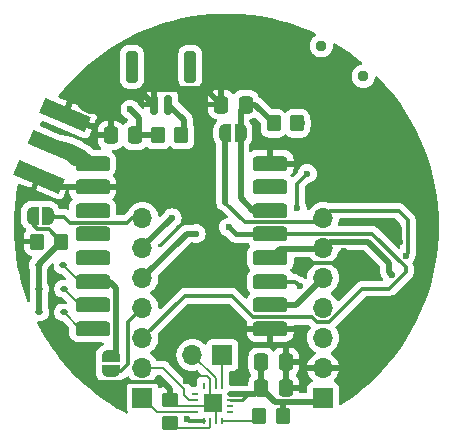
<source format=gbr>
%TF.GenerationSoftware,KiCad,Pcbnew,8.0.1*%
%TF.CreationDate,2024-04-01T21:43:51+02:00*%
%TF.ProjectId,SenseLoraCAM,53656e73-654c-46f7-9261-43414d2e6b69,rev?*%
%TF.SameCoordinates,Original*%
%TF.FileFunction,Copper,L1,Top*%
%TF.FilePolarity,Positive*%
%FSLAX46Y46*%
G04 Gerber Fmt 4.6, Leading zero omitted, Abs format (unit mm)*
G04 Created by KiCad (PCBNEW 8.0.1) date 2024-04-01 21:43:51*
%MOMM*%
%LPD*%
G01*
G04 APERTURE LIST*
G04 Aperture macros list*
%AMRoundRect*
0 Rectangle with rounded corners*
0 $1 Rounding radius*
0 $2 $3 $4 $5 $6 $7 $8 $9 X,Y pos of 4 corners*
0 Add a 4 corners polygon primitive as box body*
4,1,4,$2,$3,$4,$5,$6,$7,$8,$9,$2,$3,0*
0 Add four circle primitives for the rounded corners*
1,1,$1+$1,$2,$3*
1,1,$1+$1,$4,$5*
1,1,$1+$1,$6,$7*
1,1,$1+$1,$8,$9*
0 Add four rect primitives between the rounded corners*
20,1,$1+$1,$2,$3,$4,$5,0*
20,1,$1+$1,$4,$5,$6,$7,0*
20,1,$1+$1,$6,$7,$8,$9,0*
20,1,$1+$1,$8,$9,$2,$3,0*%
%AMRotRect*
0 Rectangle, with rotation*
0 The origin of the aperture is its center*
0 $1 length*
0 $2 width*
0 $3 Rotation angle, in degrees counterclockwise*
0 Add horizontal line*
21,1,$1,$2,0,0,$3*%
%AMFreePoly0*
4,1,19,0.500000,-0.750000,0.000000,-0.750000,0.000000,-0.744911,-0.071157,-0.744911,-0.207708,-0.704816,-0.327430,-0.627875,-0.420627,-0.520320,-0.479746,-0.390866,-0.500000,-0.250000,-0.500000,0.250000,-0.479746,0.390866,-0.420627,0.520320,-0.327430,0.627875,-0.207708,0.704816,-0.071157,0.744911,0.000000,0.744911,0.000000,0.750000,0.500000,0.750000,0.500000,-0.750000,0.500000,-0.750000,
$1*%
%AMFreePoly1*
4,1,19,0.000000,0.744911,0.071157,0.744911,0.207708,0.704816,0.327430,0.627875,0.420627,0.520320,0.479746,0.390866,0.500000,0.250000,0.500000,-0.250000,0.479746,-0.390866,0.420627,-0.520320,0.327430,-0.627875,0.207708,-0.704816,0.071157,-0.744911,0.000000,-0.744911,0.000000,-0.750000,-0.500000,-0.750000,-0.500000,0.750000,0.000000,0.750000,0.000000,0.744911,0.000000,0.744911,
$1*%
G04 Aperture macros list end*
%TA.AperFunction,SMDPad,CuDef*%
%ADD10RoundRect,0.112500X-0.187500X-0.112500X0.187500X-0.112500X0.187500X0.112500X-0.187500X0.112500X0*%
%TD*%
%TA.AperFunction,SMDPad,CuDef*%
%ADD11RotRect,1.270000X3.600000X247.000000*%
%TD*%
%TA.AperFunction,SMDPad,CuDef*%
%ADD12RotRect,1.350000X4.200000X247.000000*%
%TD*%
%TA.AperFunction,SMDPad,CuDef*%
%ADD13RoundRect,0.250000X-0.337500X-0.475000X0.337500X-0.475000X0.337500X0.475000X-0.337500X0.475000X0*%
%TD*%
%TA.AperFunction,SMDPad,CuDef*%
%ADD14RoundRect,0.150000X0.150000X0.700000X-0.150000X0.700000X-0.150000X-0.700000X0.150000X-0.700000X0*%
%TD*%
%TA.AperFunction,SMDPad,CuDef*%
%ADD15RoundRect,0.250000X0.250000X1.100000X-0.250000X1.100000X-0.250000X-1.100000X0.250000X-1.100000X0*%
%TD*%
%TA.AperFunction,SMDPad,CuDef*%
%ADD16FreePoly0,0.000000*%
%TD*%
%TA.AperFunction,SMDPad,CuDef*%
%ADD17FreePoly1,0.000000*%
%TD*%
%TA.AperFunction,SMDPad,CuDef*%
%ADD18RoundRect,0.250000X-0.350000X-0.450000X0.350000X-0.450000X0.350000X0.450000X-0.350000X0.450000X0*%
%TD*%
%TA.AperFunction,SMDPad,CuDef*%
%ADD19RoundRect,0.250000X-0.450000X0.350000X-0.450000X-0.350000X0.450000X-0.350000X0.450000X0.350000X0*%
%TD*%
%TA.AperFunction,SMDPad,CuDef*%
%ADD20RoundRect,0.250000X0.350000X0.450000X-0.350000X0.450000X-0.350000X-0.450000X0.350000X-0.450000X0*%
%TD*%
%TA.AperFunction,SMDPad,CuDef*%
%ADD21RoundRect,0.250000X0.337500X0.475000X-0.337500X0.475000X-0.337500X-0.475000X0.337500X-0.475000X0*%
%TD*%
%TA.AperFunction,SMDPad,CuDef*%
%ADD22FreePoly0,90.000000*%
%TD*%
%TA.AperFunction,SMDPad,CuDef*%
%ADD23FreePoly1,90.000000*%
%TD*%
%TA.AperFunction,SMDPad,CuDef*%
%ADD24R,0.250000X0.600000*%
%TD*%
%TA.AperFunction,SMDPad,CuDef*%
%ADD25R,0.600000X0.250000*%
%TD*%
%TA.AperFunction,SMDPad,CuDef*%
%ADD26R,1.500000X1.500000*%
%TD*%
%TA.AperFunction,SMDPad,CuDef*%
%ADD27RoundRect,0.317500X1.157500X0.317500X-1.157500X0.317500X-1.157500X-0.317500X1.157500X-0.317500X0*%
%TD*%
%TA.AperFunction,ComponentPad*%
%ADD28R,1.700000X1.700000*%
%TD*%
%TA.AperFunction,ComponentPad*%
%ADD29O,1.700000X1.700000*%
%TD*%
%TA.AperFunction,ComponentPad*%
%ADD30C,0.950000*%
%TD*%
%TA.AperFunction,ViaPad*%
%ADD31C,0.500000*%
%TD*%
%TA.AperFunction,ViaPad*%
%ADD32C,0.600000*%
%TD*%
%TA.AperFunction,ViaPad*%
%ADD33C,3.300000*%
%TD*%
%TA.AperFunction,Conductor*%
%ADD34C,0.200000*%
%TD*%
%TA.AperFunction,Conductor*%
%ADD35C,0.500000*%
%TD*%
%TA.AperFunction,Conductor*%
%ADD36C,0.300000*%
%TD*%
%TA.AperFunction,Conductor*%
%ADD37C,0.250000*%
%TD*%
%TA.AperFunction,Conductor*%
%ADD38C,0.400000*%
%TD*%
%TA.AperFunction,Conductor*%
%ADD39C,0.850000*%
%TD*%
G04 APERTURE END LIST*
D10*
%TO.P,D5,1,K*%
%TO.N,Net-(D3-K)*%
X98100000Y-83000000D03*
%TO.P,D5,2,A*%
%TO.N,/DIO0*%
X100200000Y-83000000D03*
%TD*%
D11*
%TO.P,AE1,1,A*%
%TO.N,Net-(AE1-A)*%
X99032106Y-72817221D03*
D12*
%TO.P,AE1,2,Shield*%
%TO.N,GND*%
X100320022Y-70294942D03*
X98112392Y-75495794D03*
%TD*%
D13*
%TO.P,C2,1*%
%TO.N,+BATT*%
X116962500Y-93400000D03*
%TO.P,C2,2*%
%TO.N,GND*%
X119037500Y-93400000D03*
%TD*%
D14*
%TO.P,J1,1,Pin_1*%
%TO.N,Net-(J1-Pin_1)*%
X109100000Y-69400000D03*
%TO.P,J1,2,Pin_2*%
%TO.N,GND*%
X107850000Y-69400000D03*
D15*
%TO.P,J1,MP*%
%TO.N,N/C*%
X110950000Y-66200000D03*
X106000000Y-66200000D03*
%TD*%
D10*
%TO.P,D4,1,K*%
%TO.N,Net-(D3-K)*%
X98150000Y-85000000D03*
%TO.P,D4,2,A*%
%TO.N,Net-(D4-A)*%
X100250000Y-85000000D03*
%TD*%
D16*
%TO.P,JP4,1,A*%
%TO.N,Net-(D3-K)*%
X97600000Y-78800000D03*
D17*
%TO.P,JP4,2,B*%
%TO.N,/GPIO43*%
X98900000Y-78800000D03*
%TD*%
D18*
%TO.P,R5,1*%
%TO.N,Net-(JP3-B)*%
X118000000Y-71000000D03*
%TO.P,R5,2*%
%TO.N,+3.3VP*%
X120000000Y-71000000D03*
%TD*%
D19*
%TO.P,R1,1*%
%TO.N,GND*%
X109200000Y-94400000D03*
%TO.P,R1,2*%
%TO.N,Net-(U3-GAIN)*%
X109200000Y-96400000D03*
%TD*%
D13*
%TO.P,C1,1*%
%TO.N,+BATT*%
X116962500Y-91200000D03*
%TO.P,C1,2*%
%TO.N,GND*%
X119037500Y-91200000D03*
%TD*%
D20*
%TO.P,R8,1*%
%TO.N,Net-(J1-Pin_1)*%
X110200000Y-72000000D03*
%TO.P,R8,2*%
%TO.N,+BATT*%
X108200000Y-72000000D03*
%TD*%
D10*
%TO.P,D3,1,K*%
%TO.N,Net-(D3-K)*%
X98150000Y-87000000D03*
%TO.P,D3,2,A*%
%TO.N,Net-(D3-A)*%
X100250000Y-87000000D03*
%TD*%
D13*
%TO.P,C4,1*%
%TO.N,GND*%
X113562500Y-69400000D03*
%TO.P,C4,2*%
%TO.N,Net-(JP3-B)*%
X115637500Y-69400000D03*
%TD*%
D20*
%TO.P,R4,1*%
%TO.N,+BATT*%
X118800000Y-95800000D03*
%TO.P,R4,2*%
%TO.N,Net-(U3-SD)*%
X116800000Y-95800000D03*
%TD*%
D21*
%TO.P,C5,1*%
%TO.N,+BATT*%
X106275000Y-72000000D03*
%TO.P,C5,2*%
%TO.N,GND*%
X104200000Y-72000000D03*
%TD*%
D18*
%TO.P,R6,1*%
%TO.N,GND*%
X98000000Y-81000000D03*
%TO.P,R6,2*%
%TO.N,Net-(D3-K)*%
X100000000Y-81000000D03*
%TD*%
D22*
%TO.P,JP5,1,A*%
%TO.N,/AUDIO_DIN*%
X104200000Y-92000000D03*
D23*
%TO.P,JP5,2,B*%
%TO.N,/DIO0*%
X104200000Y-90700000D03*
%TD*%
D16*
%TO.P,JP3,1,A*%
%TO.N,/GPIO44*%
X113900000Y-71800000D03*
D17*
%TO.P,JP3,2,B*%
%TO.N,Net-(JP3-B)*%
X115200000Y-71800000D03*
%TD*%
D24*
%TO.P,U3,1,DIN*%
%TO.N,/AUDIO_DIN*%
X112101000Y-96200000D03*
%TO.P,U3,2,GAIN*%
%TO.N,Net-(U3-GAIN)*%
X112600000Y-96200000D03*
%TO.P,U3,3,GND*%
%TO.N,GND*%
X113101000Y-96200000D03*
%TO.P,U3,4,SD*%
%TO.N,Net-(U3-SD)*%
X113600000Y-96200000D03*
D25*
%TO.P,U3,5,N.C.*%
%TO.N,unconnected-(U3-N.C.-Pad5)*%
X114349000Y-95448000D03*
%TO.P,U3,6,N.C.*%
%TO.N,unconnected-(U3-N.C.-Pad6)*%
X114349000Y-94948000D03*
%TO.P,U3,7,VDD*%
%TO.N,+BATT*%
X114349000Y-94448000D03*
%TO.P,U3,8,VDD*%
X114349000Y-93948000D03*
D24*
%TO.P,U3,9,OUTP*%
%TO.N,Net-(J2-Pin_1)*%
X113599000Y-93200000D03*
%TO.P,U3,10,OUTN*%
%TO.N,Net-(J2-Pin_2)*%
X113099000Y-93200000D03*
%TO.P,U3,11,GND*%
%TO.N,GND*%
X112599000Y-93200000D03*
%TO.P,U3,12,N.C.*%
%TO.N,unconnected-(U3-N.C.-Pad12)*%
X112101000Y-93200000D03*
D25*
%TO.P,U3,13,N.C.*%
%TO.N,unconnected-(U3-N.C.-Pad13)*%
X111349000Y-93948000D03*
%TO.P,U3,14,LRCLK*%
%TO.N,/AUDIO_LRC*%
X111349000Y-94448000D03*
%TO.P,U3,15,GND*%
%TO.N,GND*%
X111349000Y-94948000D03*
%TO.P,U3,16,BCLK*%
%TO.N,/AUDIO_BCLK*%
X111349000Y-95448000D03*
D26*
%TO.P,U3,17,GND*%
%TO.N,GND*%
X112849000Y-94700000D03*
%TD*%
D27*
%TO.P,U1,1,GND*%
%TO.N,GND*%
X117725000Y-88400000D03*
%TO.P,U1,2,MISO*%
%TO.N,/GPIO08*%
X117725000Y-86400000D03*
%TO.P,U1,3,MOSI*%
%TO.N,/GPIO09*%
X117725000Y-84400000D03*
%TO.P,U1,4,SCK*%
%TO.N,/GPIO07*%
X117725000Y-82400000D03*
%TO.P,U1,5,NSS*%
%TO.N,/GPIO03*%
X117725000Y-80400000D03*
%TO.P,U1,6,RESET*%
%TO.N,Net-(JP3-B)*%
X117725000Y-78400000D03*
%TO.P,U1,7,DIO5*%
%TO.N,unconnected-(U1-DIO5-Pad7)*%
X117725000Y-76400000D03*
%TO.P,U1,8,GND*%
%TO.N,GND*%
X117725000Y-74400000D03*
%TO.P,U1,9,ANT*%
%TO.N,Net-(AE1-A)*%
X102675000Y-74400000D03*
%TO.P,U1,10,GND*%
%TO.N,GND*%
X102675000Y-76400000D03*
%TO.P,U1,11,DIO3*%
%TO.N,unconnected-(U1-DIO3-Pad11)*%
X102675000Y-78400000D03*
%TO.P,U1,12,DIO4*%
%TO.N,unconnected-(U1-DIO4-Pad12)*%
X102675000Y-80400000D03*
%TO.P,U1,13,3.3V*%
%TO.N,+3.3VP*%
X102675000Y-82400000D03*
%TO.P,U1,14,DIO0*%
%TO.N,/DIO0*%
X102675000Y-84400000D03*
%TO.P,U1,15,DIO1*%
%TO.N,Net-(D4-A)*%
X102675000Y-86400000D03*
%TO.P,U1,16,DIO2*%
%TO.N,Net-(D3-A)*%
X102675000Y-88400000D03*
%TD*%
D28*
%TO.P,J3,1,Pin_1*%
%TO.N,+BATT*%
X122200000Y-94240000D03*
D29*
%TO.P,J3,2,Pin_2*%
%TO.N,GND*%
X122200000Y-91700000D03*
%TO.P,J3,3,Pin_3*%
%TO.N,+3.3VP*%
X122200000Y-89160000D03*
%TO.P,J3,4,Pin_4*%
%TO.N,/GPIO09*%
X122200000Y-86620000D03*
%TO.P,J3,5,Pin_5*%
%TO.N,/GPIO08*%
X122200000Y-84080000D03*
%TO.P,J3,6,Pin_6*%
%TO.N,/GPIO07*%
X122200000Y-81540000D03*
%TO.P,J3,7,Pin_7*%
%TO.N,/GPIO44*%
X122200000Y-79000000D03*
%TD*%
D28*
%TO.P,J2,1,Pin_1*%
%TO.N,Net-(J2-Pin_1)*%
X113675000Y-90600000D03*
D29*
%TO.P,J2,2,Pin_2*%
%TO.N,Net-(J2-Pin_2)*%
X111135000Y-90600000D03*
%TD*%
D30*
%TO.P,SW2,SH*%
%TO.N,N/C*%
X122036353Y-64432289D03*
X125596029Y-67018545D03*
%TD*%
D28*
%TO.P,J4,1,Pin_1*%
%TO.N,/AUDIO_BCLK*%
X106900000Y-94240000D03*
D29*
%TO.P,J4,2,Pin_2*%
%TO.N,/AUDIO_LRC*%
X106900000Y-91700000D03*
%TO.P,J4,3,Pin_3*%
%TO.N,/GPIO03*%
X106900000Y-89160000D03*
%TO.P,J4,4,Pin_4*%
%TO.N,/AUDIO_DIN*%
X106900000Y-86620000D03*
%TO.P,J4,5,Pin_5*%
%TO.N,/GPIO05*%
X106900000Y-84080000D03*
%TO.P,J4,6,Pin_6*%
%TO.N,/GPIO06*%
X106900000Y-81540000D03*
%TO.P,J4,7,Pin_7*%
%TO.N,/GPIO43*%
X106900000Y-79000000D03*
%TD*%
D31*
%TO.N,GND*%
X98200000Y-75600000D03*
D32*
X125800000Y-87200000D03*
X122000000Y-71200000D03*
X124000000Y-81800000D03*
X122400000Y-69800000D03*
D33*
X102800000Y-68600000D03*
D31*
X117000000Y-74200000D03*
X102700000Y-92900000D03*
X109000000Y-89800000D03*
D32*
X128740380Y-81059620D03*
D33*
X125600000Y-90600000D03*
D32*
X110600000Y-92800000D03*
X128400000Y-79600000D03*
X120000000Y-82800000D03*
X117725000Y-88400000D03*
X116200000Y-66400000D03*
X126200000Y-76800000D03*
D31*
X100400000Y-70200000D03*
D32*
X118200000Y-72600000D03*
D31*
X128000000Y-85800000D03*
D32*
X115400000Y-81400000D03*
%TO.N,+3.3VP*%
X120400000Y-71000000D03*
X102675000Y-82400000D03*
%TO.N,+BATT*%
X105850000Y-69800000D03*
%TO.N,/GPIO07*%
X128000000Y-83800000D03*
%TO.N,/GPIO09*%
X120200000Y-84800000D03*
%TO.N,/AUDIO_DIN*%
X110656786Y-96048000D03*
%TO.N,/GPIO03*%
X114200000Y-79800000D03*
%TO.N,/GPIO06*%
X109400000Y-79000000D03*
%TO.N,/GPIO05*%
X111450000Y-80330000D03*
%TO.N,/GPIO43*%
X120850000Y-75250000D03*
X120000000Y-78200000D03*
%TO.N,/GPIO44*%
X129200000Y-82200000D03*
%TD*%
D34*
%TO.N,GND*%
X111349000Y-94948000D02*
X112601000Y-94948000D01*
X112599000Y-92673000D02*
X112326000Y-92400000D01*
D35*
X106897316Y-68447316D02*
X107244632Y-68100000D01*
X102952684Y-68447316D02*
X102800000Y-68600000D01*
D34*
X113101000Y-96200000D02*
X113101000Y-94952000D01*
D36*
X128740380Y-81059620D02*
X128740380Y-79940380D01*
D34*
X112599000Y-93200000D02*
X112599000Y-94450000D01*
X110600000Y-92800000D02*
X110400000Y-92600000D01*
X100000000Y-76200000D02*
X99975000Y-76225000D01*
D36*
X109200000Y-93600000D02*
X109200000Y-94400000D01*
D34*
X112599000Y-93200000D02*
X112599000Y-92673000D01*
X110400000Y-92234314D02*
X109000000Y-90834315D01*
D35*
X106897316Y-68447316D02*
X102952684Y-68447316D01*
D36*
X102700000Y-92900000D02*
X108500000Y-92900000D01*
D34*
X109000000Y-90834315D02*
X109000000Y-89800000D01*
D35*
X107244632Y-68100000D02*
X112262500Y-68100000D01*
X102675000Y-76400000D02*
X100295338Y-76400000D01*
D34*
X110400000Y-92600000D02*
X110400000Y-92234314D01*
X112601000Y-94948000D02*
X112849000Y-94700000D01*
D35*
X107850000Y-69400000D02*
X106897316Y-68447316D01*
D34*
X111349000Y-94948000D02*
X109748000Y-94948000D01*
D35*
X112262500Y-68100000D02*
X113562500Y-69400000D01*
D36*
X108500000Y-92900000D02*
X109200000Y-93600000D01*
D34*
X111000000Y-92400000D02*
X110600000Y-92800000D01*
D36*
X123000000Y-82800000D02*
X120000000Y-82800000D01*
D34*
X109748000Y-94948000D02*
X109200000Y-94400000D01*
X112326000Y-92400000D02*
X111000000Y-92400000D01*
D35*
X100295338Y-76400000D02*
G75*
G02*
X98112384Y-75495802I-38J3087100D01*
G01*
D36*
X128740380Y-79940380D02*
G75*
G03*
X128400000Y-79600020I-340380J-20D01*
G01*
X124000000Y-81800000D02*
G75*
G02*
X123000000Y-82800000I-1000000J0D01*
G01*
D35*
%TO.N,+BATT*%
X118137500Y-94575000D02*
X116962500Y-93400000D01*
X118800000Y-94575000D02*
X118137500Y-94575000D01*
X106600000Y-70550000D02*
X105850000Y-69800000D01*
D37*
X114349000Y-94448000D02*
X115300000Y-94448000D01*
D35*
X106600000Y-72000000D02*
X106600000Y-70550000D01*
X121865000Y-94575000D02*
X118800000Y-94575000D01*
X115800000Y-93948000D02*
X116414500Y-93948000D01*
X116962500Y-91200000D02*
X116962500Y-93400000D01*
X114349000Y-93948000D02*
X115800000Y-93948000D01*
X106275000Y-72000000D02*
X108200000Y-72000000D01*
D37*
X115300000Y-94448000D02*
X115800000Y-93948000D01*
D35*
X116414500Y-93948000D02*
X116962500Y-93400000D01*
X118800000Y-95800000D02*
X118800000Y-94575000D01*
%TO.N,/GPIO07*%
X122140000Y-81600000D02*
X122200000Y-81540000D01*
X122200000Y-81540000D02*
X122740000Y-81000000D01*
X117725000Y-82400000D02*
X118525000Y-81600000D01*
X127800000Y-83600000D02*
X128000000Y-83800000D01*
X126000000Y-81000000D02*
X127800000Y-82800000D01*
X118525000Y-81600000D02*
X122140000Y-81600000D01*
X122740000Y-81000000D02*
X126000000Y-81000000D01*
X127800000Y-82800000D02*
X127800000Y-83600000D01*
D36*
%TO.N,/GPIO09*%
X117725000Y-84400000D02*
X119800000Y-84400000D01*
X119800000Y-84400000D02*
X120200000Y-84800000D01*
D35*
%TO.N,/GPIO08*%
X119880000Y-86400000D02*
X117725000Y-86400000D01*
X122200000Y-84080000D02*
X119880000Y-86400000D01*
D34*
%TO.N,Net-(J2-Pin_1)*%
X113599000Y-93200000D02*
X113599000Y-90676000D01*
%TO.N,Net-(J2-Pin_2)*%
X111135000Y-90600000D02*
X113099000Y-92564000D01*
X113099000Y-92564000D02*
X113099000Y-93200000D01*
%TO.N,Net-(U3-GAIN)*%
X112526000Y-96800000D02*
X112600000Y-96726000D01*
X112600000Y-96726000D02*
X112600000Y-96200000D01*
X109600000Y-96800000D02*
X112526000Y-96800000D01*
%TO.N,Net-(U3-SD)*%
X113600000Y-96200000D02*
X116400000Y-96200000D01*
%TO.N,/AUDIO_LRC*%
X110400000Y-94024000D02*
X110400000Y-93448529D01*
X108651471Y-91700000D02*
X106900000Y-91700000D01*
X110400000Y-93448529D02*
X108651471Y-91700000D01*
X110824000Y-94448000D02*
X110400000Y-94024000D01*
X111349000Y-94448000D02*
X110824000Y-94448000D01*
D36*
%TO.N,/AUDIO_DIN*%
X106900000Y-86620000D02*
X105700000Y-87820000D01*
X110808786Y-96200000D02*
X112101000Y-96200000D01*
X105100000Y-92000000D02*
X104200000Y-92000000D01*
X105700000Y-91400000D02*
X105100000Y-92000000D01*
X110656786Y-96048000D02*
X110808786Y-96200000D01*
X105700000Y-87820000D02*
X105700000Y-91400000D01*
D34*
%TO.N,/AUDIO_BCLK*%
X108108000Y-95448000D02*
X106900000Y-94240000D01*
X111349000Y-95448000D02*
X108108000Y-95448000D01*
D36*
%TO.N,/GPIO03*%
X122697057Y-87820000D02*
X125517057Y-85000000D01*
X110460000Y-85600000D02*
X114506012Y-85600000D01*
X121702943Y-87820000D02*
X122697057Y-87820000D01*
X116291012Y-87385000D02*
X121267943Y-87385000D01*
X125517057Y-85000000D02*
X127791642Y-85000000D01*
X129200000Y-83591642D02*
X129200000Y-83191642D01*
X127791642Y-85000000D02*
X129200000Y-83591642D01*
X106900000Y-89160000D02*
X110460000Y-85600000D01*
X126348358Y-80340000D02*
X117785000Y-80340000D01*
X121267943Y-87385000D02*
X121702943Y-87820000D01*
X129200000Y-83191642D02*
X126348358Y-80340000D01*
D38*
X114800000Y-80400000D02*
X117725000Y-80400000D01*
X114200000Y-79800000D02*
X114800000Y-80400000D01*
D36*
X114506012Y-85600000D02*
X116291012Y-87385000D01*
D35*
%TO.N,/GPIO06*%
X106900000Y-81540000D02*
X106900000Y-81500000D01*
X106900000Y-81500000D02*
X109400000Y-79000000D01*
%TO.N,/GPIO05*%
X106900000Y-84080000D02*
X110650000Y-80330000D01*
X110650000Y-80330000D02*
X111450000Y-80330000D01*
D36*
%TO.N,/GPIO43*%
X106000000Y-79000000D02*
X106900000Y-79000000D01*
X99500000Y-78900000D02*
X100285000Y-78900000D01*
X120000000Y-76100000D02*
X120850000Y-75250000D01*
X99400000Y-78800000D02*
X99500000Y-78900000D01*
X120000000Y-78200000D02*
X120000000Y-76100000D01*
X105585000Y-79415000D02*
X106000000Y-79000000D01*
X105585000Y-79415000D02*
X100800000Y-79415000D01*
X100285000Y-78900000D02*
X100800000Y-79415000D01*
D34*
%TO.N,Net-(D3-A)*%
X101650000Y-88400000D02*
X100250000Y-87000000D01*
%TO.N,Net-(D4-A)*%
X101650000Y-86400000D02*
X100250000Y-85000000D01*
D35*
%TO.N,/DIO0*%
X104659496Y-84909496D02*
X104150000Y-84400000D01*
X104150000Y-84400000D02*
X102675000Y-84400000D01*
X104200000Y-90700000D02*
X104659496Y-90240504D01*
D34*
X101600000Y-84400000D02*
X100200000Y-83000000D01*
D35*
X104659496Y-90240504D02*
X104659496Y-84909496D01*
D36*
%TO.N,/GPIO44*%
X129390380Y-79190380D02*
X128600000Y-78400000D01*
X115900000Y-79385000D02*
X115585000Y-79385000D01*
D35*
X113900000Y-71800000D02*
X113900000Y-77700000D01*
D36*
X115585000Y-79385000D02*
X113900000Y-77700000D01*
X122800000Y-78400000D02*
X122200000Y-79000000D01*
X129390380Y-82009620D02*
X129390380Y-79190380D01*
X121815000Y-79385000D02*
X115900000Y-79385000D01*
X122200000Y-79000000D02*
X121815000Y-79385000D01*
X128600000Y-78400000D02*
X122800000Y-78400000D01*
X129200000Y-82200000D02*
X129390380Y-82009620D01*
D35*
%TO.N,Net-(JP3-B)*%
X115200000Y-69837500D02*
X115637500Y-69400000D01*
X115637500Y-69400000D02*
X116400000Y-69400000D01*
X116400000Y-69400000D02*
X118000000Y-71000000D01*
X117725000Y-78400000D02*
X116250000Y-78400000D01*
X115200000Y-77350000D02*
X115200000Y-71800000D01*
X115200000Y-71800000D02*
X115200000Y-69837500D01*
X116250000Y-78400000D02*
X115200000Y-77350000D01*
D39*
%TO.N,Net-(AE1-A)*%
X102548943Y-74273942D02*
X102675000Y-74400000D01*
X100412949Y-73389185D02*
X101200000Y-74176236D01*
X99032106Y-72817221D02*
G75*
G02*
X102548944Y-74273941I-6J-4973579D01*
G01*
X99032106Y-72817221D02*
G75*
G02*
X100412940Y-73389194I-6J-1952779D01*
G01*
D35*
%TO.N,Net-(D3-K)*%
X98100000Y-82900000D02*
X100000000Y-81000000D01*
D36*
X98950000Y-79950000D02*
X100000000Y-81000000D01*
D35*
X98100000Y-83000000D02*
X98100000Y-82900000D01*
X98150000Y-86000000D02*
X98150000Y-85000000D01*
X98100000Y-84000000D02*
X98100000Y-83000000D01*
D36*
X97600000Y-78800000D02*
X97600000Y-79555000D01*
D35*
X98150000Y-87000000D02*
X98150000Y-86000000D01*
D36*
X97600000Y-79555000D02*
X97995000Y-79950000D01*
D35*
X98150000Y-85600000D02*
X98100000Y-85550000D01*
D36*
X97995000Y-79950000D02*
X98950000Y-79950000D01*
D35*
X98150000Y-86000000D02*
X98150000Y-85600000D01*
X98100000Y-85550000D02*
X98100000Y-84000000D01*
%TO.N,Net-(J1-Pin_1)*%
X109100000Y-69400000D02*
X110400000Y-70700000D01*
X110400000Y-70700000D02*
X110400000Y-71800000D01*
X110400000Y-71800000D02*
X110200000Y-72000000D01*
%TD*%
%TA.AperFunction,Conductor*%
%TO.N,GND*%
G36*
X99318834Y-82845046D02*
G01*
X99374767Y-82886918D01*
X99399184Y-82952382D01*
X99399500Y-82961227D01*
X99399500Y-83174393D01*
X99399501Y-83174415D01*
X99402234Y-83209152D01*
X99402234Y-83209155D01*
X99402235Y-83209156D01*
X99445445Y-83357887D01*
X99464137Y-83389493D01*
X99524282Y-83491194D01*
X99524289Y-83491203D01*
X99633796Y-83600710D01*
X99633800Y-83600713D01*
X99633802Y-83600715D01*
X99767113Y-83679555D01*
X99915844Y-83722765D01*
X99950595Y-83725500D01*
X100024901Y-83725499D01*
X100091940Y-83745183D01*
X100112583Y-83761818D01*
X100413584Y-84062819D01*
X100447069Y-84124142D01*
X100442085Y-84193834D01*
X100400213Y-84249767D01*
X100334749Y-84274184D01*
X100325903Y-84274500D01*
X100000606Y-84274500D01*
X100000584Y-84274501D01*
X99965847Y-84277234D01*
X99965844Y-84277235D01*
X99817113Y-84320445D01*
X99817111Y-84320445D01*
X99817111Y-84320446D01*
X99683805Y-84399282D01*
X99683796Y-84399289D01*
X99574289Y-84508796D01*
X99574282Y-84508805D01*
X99495448Y-84642108D01*
X99495445Y-84642113D01*
X99478583Y-84700153D01*
X99452234Y-84790847D01*
X99452234Y-84790849D01*
X99449500Y-84825589D01*
X99449500Y-85174393D01*
X99449501Y-85174415D01*
X99452234Y-85209152D01*
X99452234Y-85209155D01*
X99452235Y-85209156D01*
X99495445Y-85357887D01*
X99514137Y-85389493D01*
X99574282Y-85491194D01*
X99574289Y-85491203D01*
X99683796Y-85600710D01*
X99683800Y-85600713D01*
X99683802Y-85600715D01*
X99817113Y-85679555D01*
X99965844Y-85722765D01*
X100000595Y-85725500D01*
X100074901Y-85725499D01*
X100141940Y-85745183D01*
X100162583Y-85761818D01*
X100463584Y-86062819D01*
X100497069Y-86124142D01*
X100492085Y-86193834D01*
X100450213Y-86249767D01*
X100384749Y-86274184D01*
X100375903Y-86274500D01*
X100000606Y-86274500D01*
X100000584Y-86274501D01*
X99965847Y-86277234D01*
X99965844Y-86277235D01*
X99817113Y-86320445D01*
X99817111Y-86320445D01*
X99817111Y-86320446D01*
X99683805Y-86399282D01*
X99683796Y-86399289D01*
X99574289Y-86508796D01*
X99574282Y-86508805D01*
X99499500Y-86635256D01*
X99495445Y-86642113D01*
X99477584Y-86703591D01*
X99452234Y-86790847D01*
X99452234Y-86790849D01*
X99449500Y-86825589D01*
X99449500Y-87174393D01*
X99449501Y-87174415D01*
X99452234Y-87209152D01*
X99452234Y-87209155D01*
X99452235Y-87209156D01*
X99495445Y-87357887D01*
X99495446Y-87357888D01*
X99574282Y-87491194D01*
X99574289Y-87491203D01*
X99683796Y-87600710D01*
X99683800Y-87600713D01*
X99683802Y-87600715D01*
X99817113Y-87679555D01*
X99965844Y-87722765D01*
X100000595Y-87725500D01*
X100074901Y-87725499D01*
X100141940Y-87745183D01*
X100162583Y-87761818D01*
X100663181Y-88262416D01*
X100696666Y-88323739D01*
X100699500Y-88350097D01*
X100699500Y-88763442D01*
X100714961Y-88900671D01*
X100761229Y-89032896D01*
X100775844Y-89074663D01*
X100873915Y-89230742D01*
X101004258Y-89361085D01*
X101160337Y-89459156D01*
X101292559Y-89505422D01*
X101334328Y-89520038D01*
X101422090Y-89529925D01*
X101471557Y-89535499D01*
X101471558Y-89535500D01*
X103509409Y-89535500D01*
X103576448Y-89555185D01*
X103622203Y-89607989D01*
X103632147Y-89677147D01*
X103603122Y-89740703D01*
X103560921Y-89772294D01*
X103466918Y-89815223D01*
X103466908Y-89815228D01*
X103466906Y-89815230D01*
X103433253Y-89836857D01*
X103345867Y-89893015D01*
X103345863Y-89893018D01*
X103237226Y-89987152D01*
X103237207Y-89987169D01*
X103237206Y-89987171D01*
X103142985Y-90095909D01*
X103142983Y-90095911D01*
X103142983Y-90095912D01*
X103142981Y-90095915D01*
X103065255Y-90216857D01*
X103065252Y-90216863D01*
X103005483Y-90347741D01*
X102964977Y-90485691D01*
X102964974Y-90485703D01*
X102944500Y-90628110D01*
X102944500Y-91200002D01*
X102949644Y-91271939D01*
X102960603Y-91309262D01*
X102964363Y-91361841D01*
X102944500Y-91499998D01*
X102944500Y-92071889D01*
X102964974Y-92214296D01*
X102964976Y-92214304D01*
X103005483Y-92352259D01*
X103021660Y-92387681D01*
X103065252Y-92483136D01*
X103065253Y-92483138D01*
X103139376Y-92598476D01*
X103140196Y-92599917D01*
X103142988Y-92604098D01*
X103237207Y-92712830D01*
X103237210Y-92712833D01*
X103345864Y-92806981D01*
X103345867Y-92806984D01*
X103345869Y-92806985D01*
X103345870Y-92806986D01*
X103466906Y-92884770D01*
X103466914Y-92884774D01*
X103466923Y-92884779D01*
X103591642Y-92941736D01*
X103595941Y-92943985D01*
X103603505Y-92946206D01*
X103735744Y-92985035D01*
X103735745Y-92985035D01*
X103735748Y-92985036D01*
X103778183Y-92991136D01*
X103878059Y-93005497D01*
X103934399Y-93005497D01*
X103934409Y-93005500D01*
X103985764Y-93005500D01*
X104465573Y-93005500D01*
X104465601Y-93005497D01*
X104521940Y-93005497D01*
X104521941Y-93005497D01*
X104655479Y-92986297D01*
X104655481Y-92986297D01*
X104661612Y-92985415D01*
X104664256Y-92985035D01*
X104664257Y-92985035D01*
X104802309Y-92944498D01*
X104933094Y-92884770D01*
X105054130Y-92806986D01*
X105162791Y-92712832D01*
X105162794Y-92712829D01*
X105199949Y-92669947D01*
X105258723Y-92632174D01*
X105269459Y-92629535D01*
X105289744Y-92625501D01*
X105408127Y-92576465D01*
X105412111Y-92573803D01*
X105415708Y-92571400D01*
X105459032Y-92542452D01*
X105514669Y-92505277D01*
X105586938Y-92433007D01*
X105648259Y-92399522D01*
X105717951Y-92404506D01*
X105773885Y-92446376D01*
X105776186Y-92449552D01*
X105841235Y-92542452D01*
X105861505Y-92571401D01*
X105983430Y-92693326D01*
X106016915Y-92754649D01*
X106011931Y-92824341D01*
X105970059Y-92880274D01*
X105939083Y-92897189D01*
X105807669Y-92946203D01*
X105807664Y-92946206D01*
X105692455Y-93032452D01*
X105692452Y-93032455D01*
X105606206Y-93147664D01*
X105606202Y-93147671D01*
X105555908Y-93282517D01*
X105549501Y-93342116D01*
X105549501Y-93342123D01*
X105549500Y-93342135D01*
X105549500Y-95137870D01*
X105549501Y-95137876D01*
X105555908Y-95197483D01*
X105606202Y-95332328D01*
X105606204Y-95332331D01*
X105633600Y-95368927D01*
X105658018Y-95434391D01*
X105643167Y-95502665D01*
X105593762Y-95552070D01*
X105525489Y-95566923D01*
X105473175Y-95551107D01*
X104850384Y-95198000D01*
X104760246Y-95146893D01*
X104755275Y-95143919D01*
X104046360Y-94696820D01*
X104041524Y-94693609D01*
X103937356Y-94620872D01*
X103354378Y-94213796D01*
X103349692Y-94210358D01*
X103077302Y-94000499D01*
X102685784Y-93698859D01*
X102681267Y-93695208D01*
X102364555Y-93426631D01*
X102042053Y-93153143D01*
X102037736Y-93149306D01*
X101424616Y-92577860D01*
X101420463Y-92573803D01*
X101389841Y-92542455D01*
X100867245Y-92007460D01*
X100834834Y-91974280D01*
X100830886Y-91970045D01*
X100273952Y-91343677D01*
X100270218Y-91339272D01*
X100269474Y-91338352D01*
X99862845Y-90835403D01*
X99743301Y-90687542D01*
X99739753Y-90682937D01*
X99588649Y-90476998D01*
X99243950Y-90007209D01*
X99240643Y-90002474D01*
X98777045Y-89304228D01*
X98773952Y-89299324D01*
X98753375Y-89264937D01*
X98343601Y-88580133D01*
X98340738Y-88575081D01*
X98290901Y-88482171D01*
X98173026Y-88262416D01*
X97996389Y-87933113D01*
X97982046Y-87864731D01*
X98006951Y-87799451D01*
X98063195Y-87757998D01*
X98105661Y-87750500D01*
X98223919Y-87750500D01*
X98273781Y-87740581D01*
X98337623Y-87727881D01*
X98361814Y-87725499D01*
X98399394Y-87725499D01*
X98399404Y-87725499D01*
X98434156Y-87722765D01*
X98582887Y-87679555D01*
X98716198Y-87600715D01*
X98825715Y-87491198D01*
X98904555Y-87357887D01*
X98947765Y-87209156D01*
X98950500Y-87174405D01*
X98950499Y-86825596D01*
X98947765Y-86790844D01*
X98905422Y-86645098D01*
X98900500Y-86610508D01*
X98900500Y-85389493D01*
X98905423Y-85354899D01*
X98913383Y-85327500D01*
X98947765Y-85209156D01*
X98950500Y-85174405D01*
X98950499Y-84825596D01*
X98947765Y-84790844D01*
X98904555Y-84642113D01*
X98902942Y-84639386D01*
X98867768Y-84579908D01*
X98850500Y-84516788D01*
X98850500Y-83389493D01*
X98855423Y-83354899D01*
X98897765Y-83209156D01*
X98898067Y-83205320D01*
X98898831Y-83203312D01*
X98898904Y-83202918D01*
X98898977Y-83202931D01*
X98922948Y-83140030D01*
X98933997Y-83127369D01*
X99187821Y-82873545D01*
X99249142Y-82840062D01*
X99318834Y-82845046D01*
G37*
%TD.AperFunction*%
%TA.AperFunction,Conductor*%
G36*
X114424853Y-61705583D02*
G01*
X115262041Y-61744866D01*
X115267838Y-61745275D01*
X115333551Y-61751455D01*
X116102267Y-61823757D01*
X116107987Y-61824430D01*
X116937837Y-61941941D01*
X116943572Y-61942891D01*
X117766953Y-62099159D01*
X117772630Y-62100374D01*
X118587830Y-62295076D01*
X118593433Y-62296554D01*
X119398595Y-62529248D01*
X119404122Y-62530987D01*
X120197481Y-62801160D01*
X120202909Y-62803151D01*
X120981530Y-63109740D01*
X120982767Y-63110228D01*
X120988125Y-63112485D01*
X121541910Y-63361123D01*
X121595005Y-63406538D01*
X121615117Y-63473450D01*
X121595862Y-63540614D01*
X121560012Y-63577344D01*
X121539304Y-63591181D01*
X121528867Y-63597437D01*
X121491778Y-63617262D01*
X121491774Y-63617264D01*
X121459260Y-63643947D01*
X121449493Y-63651190D01*
X121414515Y-63674563D01*
X121414503Y-63674573D01*
X121384755Y-63704319D01*
X121375746Y-63712485D01*
X121343233Y-63739169D01*
X121316549Y-63771682D01*
X121308383Y-63780691D01*
X121278637Y-63810439D01*
X121278627Y-63810451D01*
X121255254Y-63845429D01*
X121248011Y-63855196D01*
X121221328Y-63887710D01*
X121221326Y-63887714D01*
X121201501Y-63924803D01*
X121195247Y-63935237D01*
X121171875Y-63970215D01*
X121171875Y-63970216D01*
X121155774Y-64009086D01*
X121150574Y-64020081D01*
X121130748Y-64057174D01*
X121130747Y-64057176D01*
X121118539Y-64097421D01*
X121114442Y-64108873D01*
X121098339Y-64147750D01*
X121090132Y-64189010D01*
X121087177Y-64200808D01*
X121074967Y-64241061D01*
X121070844Y-64282922D01*
X121069059Y-64294956D01*
X121060853Y-64336212D01*
X121060853Y-64378274D01*
X121060256Y-64390428D01*
X121056133Y-64432288D01*
X121060256Y-64474149D01*
X121060853Y-64486303D01*
X121060853Y-64528371D01*
X121069058Y-64569619D01*
X121070844Y-64581654D01*
X121074967Y-64623516D01*
X121074968Y-64623521D01*
X121087177Y-64663769D01*
X121090133Y-64675571D01*
X121098339Y-64716826D01*
X121098341Y-64716834D01*
X121114435Y-64755688D01*
X121118534Y-64767141D01*
X121118540Y-64767160D01*
X121130748Y-64807403D01*
X121130749Y-64807406D01*
X121130750Y-64807407D01*
X121150572Y-64844492D01*
X121155775Y-64855492D01*
X121171875Y-64894361D01*
X121195243Y-64929333D01*
X121201498Y-64939768D01*
X121221328Y-64976867D01*
X121221332Y-64976873D01*
X121248010Y-65009380D01*
X121255257Y-65019151D01*
X121264927Y-65033622D01*
X121278633Y-65054134D01*
X121308380Y-65083881D01*
X121316547Y-65092892D01*
X121343232Y-65125409D01*
X121367918Y-65145668D01*
X121375735Y-65152083D01*
X121375748Y-65152093D01*
X121384756Y-65160257D01*
X121414508Y-65190009D01*
X121449481Y-65213377D01*
X121459252Y-65220624D01*
X121474419Y-65233071D01*
X121491769Y-65247310D01*
X121491777Y-65247315D01*
X121528860Y-65267136D01*
X121539299Y-65273392D01*
X121574280Y-65296766D01*
X121574286Y-65296768D01*
X121574287Y-65296769D01*
X121613144Y-65312864D01*
X121624146Y-65318067D01*
X121661239Y-65337894D01*
X121701494Y-65350104D01*
X121712941Y-65354200D01*
X121751810Y-65370301D01*
X121793078Y-65378509D01*
X121804864Y-65381462D01*
X121845115Y-65393672D01*
X121845122Y-65393674D01*
X121886985Y-65397796D01*
X121898996Y-65399577D01*
X121940275Y-65407789D01*
X121982338Y-65407789D01*
X121994492Y-65408386D01*
X122036353Y-65412509D01*
X122078214Y-65408386D01*
X122090368Y-65407789D01*
X122132429Y-65407789D01*
X122132431Y-65407789D01*
X122173706Y-65399578D01*
X122185721Y-65397796D01*
X122227584Y-65393674D01*
X122267852Y-65381458D01*
X122279621Y-65378510D01*
X122320896Y-65370301D01*
X122359779Y-65354194D01*
X122371209Y-65350105D01*
X122403948Y-65340174D01*
X122411461Y-65337896D01*
X122411461Y-65337895D01*
X122411467Y-65337894D01*
X122448564Y-65318063D01*
X122459553Y-65312866D01*
X122498426Y-65296766D01*
X122533405Y-65273393D01*
X122543839Y-65267139D01*
X122543845Y-65267136D01*
X122580934Y-65247312D01*
X122613462Y-65220615D01*
X122623215Y-65213383D01*
X122658198Y-65190009D01*
X122687957Y-65160249D01*
X122696957Y-65152093D01*
X122729473Y-65125409D01*
X122756161Y-65092888D01*
X122764313Y-65083893D01*
X122794073Y-65054134D01*
X122817447Y-65019151D01*
X122824679Y-65009398D01*
X122851376Y-64976870D01*
X122871207Y-64939768D01*
X122877462Y-64929333D01*
X122900830Y-64894362D01*
X122916930Y-64855489D01*
X122922127Y-64844500D01*
X122941958Y-64807403D01*
X122954171Y-64767141D01*
X122958258Y-64755715D01*
X122974365Y-64716832D01*
X122982574Y-64675557D01*
X122985522Y-64663788D01*
X122997738Y-64623520D01*
X123001861Y-64581654D01*
X123003642Y-64569642D01*
X123011853Y-64528367D01*
X123011853Y-64486303D01*
X123012450Y-64474149D01*
X123012520Y-64473432D01*
X123016573Y-64432289D01*
X123012450Y-64390428D01*
X123011853Y-64378274D01*
X123011853Y-64336740D01*
X123031538Y-64269701D01*
X123084342Y-64223946D01*
X123153500Y-64214002D01*
X123197009Y-64228871D01*
X123239766Y-64253113D01*
X123244711Y-64256072D01*
X123953649Y-64703185D01*
X123958458Y-64706379D01*
X124608468Y-65160260D01*
X124645620Y-65186202D01*
X124650298Y-65189634D01*
X124915132Y-65393672D01*
X125314211Y-65701136D01*
X125318732Y-65704791D01*
X125476756Y-65838798D01*
X125515155Y-65897170D01*
X125515900Y-65967036D01*
X125478754Y-66026213D01*
X125415511Y-66055914D01*
X125408717Y-66056773D01*
X125404805Y-66057158D01*
X125364548Y-66069369D01*
X125352750Y-66072324D01*
X125311490Y-66080531D01*
X125272613Y-66096634D01*
X125261161Y-66100731D01*
X125220916Y-66112939D01*
X125220914Y-66112940D01*
X125183821Y-66132766D01*
X125172826Y-66137966D01*
X125133956Y-66154067D01*
X125133955Y-66154067D01*
X125098977Y-66177439D01*
X125088543Y-66183693D01*
X125051454Y-66203518D01*
X125051450Y-66203520D01*
X125018936Y-66230203D01*
X125009169Y-66237446D01*
X124974191Y-66260819D01*
X124974179Y-66260829D01*
X124944431Y-66290575D01*
X124935422Y-66298741D01*
X124902909Y-66325425D01*
X124876225Y-66357938D01*
X124868059Y-66366947D01*
X124838313Y-66396695D01*
X124838303Y-66396707D01*
X124814930Y-66431685D01*
X124807687Y-66441452D01*
X124781004Y-66473966D01*
X124781002Y-66473970D01*
X124761177Y-66511059D01*
X124754923Y-66521493D01*
X124731551Y-66556471D01*
X124731551Y-66556472D01*
X124715450Y-66595342D01*
X124710250Y-66606337D01*
X124690424Y-66643430D01*
X124690423Y-66643432D01*
X124678215Y-66683677D01*
X124674118Y-66695129D01*
X124658015Y-66734006D01*
X124649808Y-66775266D01*
X124646853Y-66787064D01*
X124634643Y-66827317D01*
X124630520Y-66869178D01*
X124628735Y-66881212D01*
X124620529Y-66922468D01*
X124620529Y-66964530D01*
X124619932Y-66976684D01*
X124615809Y-67018544D01*
X124619932Y-67060405D01*
X124620529Y-67072559D01*
X124620529Y-67114627D01*
X124628734Y-67155875D01*
X124630520Y-67167910D01*
X124634643Y-67209772D01*
X124634644Y-67209777D01*
X124646853Y-67250025D01*
X124649809Y-67261827D01*
X124658015Y-67303082D01*
X124658017Y-67303090D01*
X124674111Y-67341944D01*
X124678210Y-67353397D01*
X124678216Y-67353416D01*
X124690424Y-67393659D01*
X124690425Y-67393662D01*
X124690426Y-67393663D01*
X124710248Y-67430748D01*
X124715451Y-67441748D01*
X124731551Y-67480617D01*
X124754919Y-67515589D01*
X124761174Y-67526024D01*
X124781004Y-67563123D01*
X124781008Y-67563129D01*
X124807686Y-67595636D01*
X124814933Y-67605407D01*
X124824238Y-67619331D01*
X124838309Y-67640390D01*
X124868056Y-67670137D01*
X124876223Y-67679148D01*
X124902908Y-67711665D01*
X124927594Y-67731924D01*
X124935411Y-67738339D01*
X124935424Y-67738349D01*
X124944432Y-67746513D01*
X124974184Y-67776265D01*
X125009157Y-67799633D01*
X125018928Y-67806880D01*
X125034095Y-67819327D01*
X125051445Y-67833566D01*
X125051453Y-67833571D01*
X125088536Y-67853392D01*
X125098975Y-67859648D01*
X125133956Y-67883022D01*
X125133962Y-67883024D01*
X125133963Y-67883025D01*
X125172820Y-67899120D01*
X125183822Y-67904323D01*
X125220915Y-67924150D01*
X125261170Y-67936360D01*
X125272617Y-67940456D01*
X125311486Y-67956557D01*
X125352754Y-67964765D01*
X125364540Y-67967718D01*
X125404791Y-67979928D01*
X125404798Y-67979930D01*
X125446661Y-67984052D01*
X125458672Y-67985833D01*
X125499951Y-67994045D01*
X125542014Y-67994045D01*
X125554168Y-67994642D01*
X125596029Y-67998765D01*
X125637890Y-67994642D01*
X125650044Y-67994045D01*
X125692105Y-67994045D01*
X125692107Y-67994045D01*
X125733382Y-67985834D01*
X125745397Y-67984052D01*
X125787260Y-67979930D01*
X125827528Y-67967714D01*
X125839297Y-67964766D01*
X125880572Y-67956557D01*
X125919455Y-67940450D01*
X125930885Y-67936361D01*
X125963624Y-67926430D01*
X125971137Y-67924152D01*
X125971137Y-67924151D01*
X125971143Y-67924150D01*
X126008240Y-67904319D01*
X126019229Y-67899122D01*
X126058102Y-67883022D01*
X126093081Y-67859649D01*
X126103515Y-67853395D01*
X126103521Y-67853392D01*
X126140610Y-67833568D01*
X126173138Y-67806871D01*
X126182891Y-67799639D01*
X126217874Y-67776265D01*
X126247633Y-67746505D01*
X126256633Y-67738349D01*
X126289149Y-67711665D01*
X126315837Y-67679144D01*
X126323989Y-67670149D01*
X126353749Y-67640390D01*
X126377123Y-67605407D01*
X126384355Y-67595654D01*
X126411052Y-67563126D01*
X126430883Y-67526024D01*
X126437138Y-67515589D01*
X126460506Y-67480618D01*
X126476606Y-67441745D01*
X126481803Y-67430756D01*
X126501634Y-67393659D01*
X126513847Y-67353397D01*
X126517934Y-67341971D01*
X126534041Y-67303088D01*
X126542250Y-67261813D01*
X126545198Y-67250044D01*
X126557414Y-67209776D01*
X126561537Y-67167910D01*
X126563318Y-67155898D01*
X126571529Y-67114623D01*
X126571529Y-67114621D01*
X126571974Y-67110099D01*
X126598129Y-67045309D01*
X126655159Y-67004945D01*
X126724959Y-67001821D01*
X126784081Y-67035594D01*
X127165165Y-67425719D01*
X127169114Y-67429955D01*
X127726043Y-68056319D01*
X127729776Y-68060722D01*
X127822170Y-68175001D01*
X128256698Y-68712457D01*
X128260246Y-68717062D01*
X128756038Y-69392774D01*
X128759362Y-69397534D01*
X129213376Y-70081344D01*
X129222946Y-70095758D01*
X129226047Y-70100675D01*
X129656394Y-70819860D01*
X129659261Y-70824918D01*
X130055403Y-71563442D01*
X130058031Y-71568628D01*
X130419146Y-72324960D01*
X130421527Y-72330264D01*
X130746780Y-73102660D01*
X130748910Y-73108069D01*
X131037609Y-73894879D01*
X131039483Y-73900383D01*
X131290980Y-74699846D01*
X131292594Y-74705431D01*
X131506341Y-75515796D01*
X131507692Y-75521450D01*
X131683226Y-76340970D01*
X131684310Y-76346682D01*
X131821235Y-77173514D01*
X131822050Y-77179270D01*
X131920071Y-78011622D01*
X131920615Y-78017411D01*
X131979511Y-78853411D01*
X131979784Y-78859218D01*
X131999431Y-79697093D01*
X131999431Y-79702907D01*
X131979784Y-80540781D01*
X131979511Y-80546588D01*
X131920615Y-81382588D01*
X131920071Y-81388377D01*
X131822050Y-82220729D01*
X131821235Y-82226485D01*
X131684310Y-83053317D01*
X131683226Y-83059029D01*
X131507692Y-83878549D01*
X131506341Y-83884203D01*
X131292594Y-84694568D01*
X131290980Y-84700153D01*
X131039483Y-85499616D01*
X131037609Y-85505120D01*
X130748910Y-86291930D01*
X130746780Y-86297339D01*
X130421527Y-87069735D01*
X130419146Y-87075039D01*
X130058031Y-87831371D01*
X130055403Y-87836557D01*
X129659261Y-88575081D01*
X129656394Y-88580139D01*
X129226047Y-89299324D01*
X129222946Y-89304241D01*
X128759367Y-90002458D01*
X128756038Y-90007225D01*
X128260246Y-90682937D01*
X128256698Y-90687542D01*
X127729781Y-91339272D01*
X127726025Y-91343701D01*
X127467753Y-91634174D01*
X127169129Y-91970028D01*
X127165165Y-91974280D01*
X126579536Y-92573803D01*
X126575377Y-92577866D01*
X125962277Y-93149293D01*
X125957932Y-93153156D01*
X125318732Y-93695208D01*
X125314211Y-93698863D01*
X124650307Y-94210358D01*
X124645620Y-94213797D01*
X123958475Y-94693609D01*
X123953632Y-94696825D01*
X123740647Y-94831150D01*
X123673442Y-94850262D01*
X123606573Y-94830007D01*
X123561270Y-94776815D01*
X123550499Y-94726267D01*
X123550499Y-93342129D01*
X123550498Y-93342123D01*
X123550497Y-93342116D01*
X123544091Y-93282517D01*
X123544090Y-93282515D01*
X123493797Y-93147671D01*
X123493793Y-93147664D01*
X123407547Y-93032455D01*
X123407544Y-93032452D01*
X123292335Y-92946206D01*
X123292328Y-92946202D01*
X123160401Y-92896997D01*
X123104467Y-92855126D01*
X123080050Y-92789662D01*
X123094902Y-92721389D01*
X123116053Y-92693133D01*
X123238108Y-92571078D01*
X123373600Y-92377578D01*
X123473429Y-92163492D01*
X123473432Y-92163486D01*
X123530636Y-91950000D01*
X122633012Y-91950000D01*
X122665925Y-91892993D01*
X122700000Y-91765826D01*
X122700000Y-91634174D01*
X122665925Y-91507007D01*
X122633012Y-91450000D01*
X123530636Y-91450000D01*
X123530635Y-91449999D01*
X123473432Y-91236513D01*
X123473429Y-91236507D01*
X123373600Y-91022422D01*
X123373599Y-91022420D01*
X123238113Y-90828926D01*
X123238108Y-90828920D01*
X123071078Y-90661890D01*
X122885405Y-90531879D01*
X122841780Y-90477302D01*
X122834588Y-90407804D01*
X122866110Y-90345449D01*
X122885406Y-90328730D01*
X122921047Y-90303774D01*
X123071401Y-90198495D01*
X123238495Y-90031401D01*
X123374035Y-89837830D01*
X123473903Y-89623663D01*
X123535063Y-89395408D01*
X123555659Y-89160000D01*
X123535063Y-88924592D01*
X123473903Y-88696337D01*
X123374035Y-88482171D01*
X123374034Y-88482169D01*
X123261071Y-88320840D01*
X123238744Y-88254634D01*
X123255754Y-88186867D01*
X123274961Y-88162040D01*
X125750184Y-85686819D01*
X125811507Y-85653334D01*
X125837865Y-85650500D01*
X127855713Y-85650500D01*
X127940257Y-85633682D01*
X127981386Y-85625501D01*
X128099769Y-85576465D01*
X128103302Y-85574104D01*
X128110553Y-85569260D01*
X128110555Y-85569259D01*
X128182209Y-85521381D01*
X128206311Y-85505277D01*
X129705277Y-84006311D01*
X129776465Y-83899769D01*
X129825501Y-83781386D01*
X129831843Y-83749501D01*
X129850500Y-83655711D01*
X129850500Y-83127573D01*
X129850500Y-83127570D01*
X129825502Y-83001903D01*
X129825501Y-83001902D01*
X129825501Y-83001898D01*
X129776465Y-82883515D01*
X129776462Y-82883511D01*
X129775265Y-82881270D01*
X129774991Y-82879957D01*
X129774134Y-82877887D01*
X129774526Y-82877724D01*
X129761023Y-82812868D01*
X129786022Y-82747624D01*
X129796932Y-82735145D01*
X129829816Y-82702262D01*
X129925789Y-82549522D01*
X129985368Y-82379255D01*
X129999848Y-82250725D01*
X130008507Y-82217164D01*
X130015881Y-82199364D01*
X130019516Y-82181088D01*
X130040880Y-82073689D01*
X130040880Y-79126311D01*
X130040880Y-79126308D01*
X130015882Y-79000641D01*
X130015881Y-79000640D01*
X130015881Y-79000636D01*
X129966845Y-78882253D01*
X129949519Y-78856323D01*
X129895657Y-78775711D01*
X129895655Y-78775709D01*
X129895653Y-78775706D01*
X129014673Y-77894726D01*
X128948455Y-77850481D01*
X128908127Y-77823535D01*
X128789744Y-77774499D01*
X128789742Y-77774498D01*
X128789735Y-77774496D01*
X128786822Y-77773917D01*
X128786820Y-77773917D01*
X128664071Y-77749500D01*
X128664069Y-77749500D01*
X122741343Y-77749500D01*
X122688940Y-77737883D01*
X122663663Y-77726096D01*
X122435413Y-77664938D01*
X122435403Y-77664936D01*
X122200001Y-77644341D01*
X122199999Y-77644341D01*
X121964596Y-77664936D01*
X121964586Y-77664938D01*
X121736344Y-77726094D01*
X121736335Y-77726098D01*
X121522171Y-77825964D01*
X121522169Y-77825965D01*
X121328597Y-77961505D01*
X121161508Y-78128594D01*
X121026212Y-78321817D01*
X120971635Y-78365441D01*
X120902136Y-78372634D01*
X120839782Y-78341112D01*
X120804368Y-78280882D01*
X120801417Y-78236811D01*
X120805565Y-78200000D01*
X120805107Y-78195939D01*
X120785369Y-78020750D01*
X120785366Y-78020737D01*
X120725790Y-77850481D01*
X120725789Y-77850478D01*
X120678049Y-77774500D01*
X120669506Y-77760903D01*
X120650500Y-77694931D01*
X120650500Y-76420807D01*
X120670185Y-76353768D01*
X120686815Y-76333130D01*
X120948224Y-76071720D01*
X121009545Y-76038237D01*
X121022019Y-76036183D01*
X121029255Y-76035368D01*
X121199522Y-75975789D01*
X121352262Y-75879816D01*
X121479816Y-75752262D01*
X121575789Y-75599522D01*
X121635368Y-75429255D01*
X121635655Y-75426711D01*
X121655565Y-75250003D01*
X121655565Y-75249996D01*
X121635369Y-75070750D01*
X121635368Y-75070745D01*
X121597284Y-74961908D01*
X121575789Y-74900478D01*
X121479816Y-74747738D01*
X121352262Y-74620184D01*
X121199523Y-74524211D01*
X121029254Y-74464631D01*
X121029249Y-74464630D01*
X120850004Y-74444435D01*
X120849996Y-74444435D01*
X120670750Y-74464630D01*
X120670745Y-74464631D01*
X120500476Y-74524211D01*
X120347737Y-74620184D01*
X120220184Y-74747737D01*
X120124210Y-74900478D01*
X120064632Y-75070744D01*
X120064630Y-75070752D01*
X120063815Y-75077988D01*
X120036743Y-75142400D01*
X120028277Y-75151775D01*
X119656121Y-75523932D01*
X119594798Y-75557417D01*
X119525107Y-75552433D01*
X119480759Y-75523932D01*
X119444154Y-75487327D01*
X119410669Y-75426004D01*
X119415653Y-75356312D01*
X119444154Y-75311964D01*
X119525693Y-75230425D01*
X119623703Y-75074443D01*
X119684547Y-74900559D01*
X119684548Y-74900553D01*
X119699999Y-74763418D01*
X119700000Y-74763414D01*
X119700000Y-74650000D01*
X117599000Y-74650000D01*
X117531961Y-74630315D01*
X117486206Y-74577511D01*
X117475000Y-74526000D01*
X117475000Y-73265000D01*
X117975000Y-73265000D01*
X117975000Y-74150000D01*
X119700000Y-74150000D01*
X119700000Y-74036585D01*
X119699999Y-74036581D01*
X119684548Y-73899446D01*
X119684547Y-73899440D01*
X119623703Y-73725556D01*
X119525691Y-73569571D01*
X119395428Y-73439308D01*
X119239443Y-73341296D01*
X119065559Y-73280452D01*
X119065553Y-73280451D01*
X118928418Y-73265000D01*
X117975000Y-73265000D01*
X117475000Y-73265000D01*
X116521581Y-73265000D01*
X116384446Y-73280451D01*
X116384440Y-73280452D01*
X116210555Y-73341296D01*
X116140472Y-73385333D01*
X116073235Y-73404333D01*
X116006400Y-73383965D01*
X115961186Y-73330697D01*
X115950500Y-73280339D01*
X115950500Y-72765568D01*
X115970185Y-72698529D01*
X115980787Y-72684365D01*
X116006986Y-72654130D01*
X116084770Y-72533094D01*
X116141742Y-72408342D01*
X116143986Y-72404053D01*
X116144498Y-72402308D01*
X116144499Y-72402308D01*
X116185035Y-72264256D01*
X116205497Y-72121941D01*
X116205497Y-72065601D01*
X116205500Y-72065590D01*
X116205500Y-71534426D01*
X116205497Y-71534399D01*
X116205497Y-71478060D01*
X116193871Y-71397203D01*
X116185035Y-71335744D01*
X116185035Y-71335743D01*
X116144498Y-71197691D01*
X116136082Y-71179262D01*
X116084776Y-71066918D01*
X116084773Y-71066914D01*
X116084770Y-71066906D01*
X116006986Y-70945870D01*
X116006985Y-70945869D01*
X116006984Y-70945867D01*
X116006982Y-70945865D01*
X115980785Y-70915630D01*
X115951762Y-70852074D01*
X115950500Y-70834430D01*
X115950500Y-70745088D01*
X115970185Y-70678049D01*
X116022989Y-70632294D01*
X116061897Y-70621730D01*
X116127797Y-70614999D01*
X116294334Y-70559814D01*
X116319162Y-70544500D01*
X116337129Y-70533418D01*
X116404521Y-70514977D01*
X116471185Y-70535899D01*
X116489907Y-70551275D01*
X116863181Y-70924549D01*
X116896666Y-70985872D01*
X116899500Y-71012230D01*
X116899500Y-71500001D01*
X116899501Y-71500019D01*
X116910000Y-71602796D01*
X116910001Y-71602799D01*
X116958779Y-71750000D01*
X116965186Y-71769334D01*
X117057288Y-71918656D01*
X117181344Y-72042712D01*
X117330666Y-72134814D01*
X117497203Y-72189999D01*
X117599991Y-72200500D01*
X118400008Y-72200499D01*
X118400016Y-72200498D01*
X118400019Y-72200498D01*
X118473037Y-72193039D01*
X118502797Y-72189999D01*
X118669334Y-72134814D01*
X118818656Y-72042712D01*
X118912319Y-71949049D01*
X118973642Y-71915564D01*
X119043334Y-71920548D01*
X119087681Y-71949049D01*
X119181344Y-72042712D01*
X119330666Y-72134814D01*
X119497203Y-72189999D01*
X119599991Y-72200500D01*
X120400008Y-72200499D01*
X120400016Y-72200498D01*
X120400019Y-72200498D01*
X120473037Y-72193039D01*
X120502797Y-72189999D01*
X120669334Y-72134814D01*
X120818656Y-72042712D01*
X120942712Y-71918656D01*
X121034814Y-71769334D01*
X121089999Y-71602797D01*
X121100500Y-71500009D01*
X121100499Y-71425493D01*
X121119509Y-71359516D01*
X121125786Y-71349526D01*
X121125789Y-71349522D01*
X121167506Y-71230300D01*
X121185366Y-71179262D01*
X121185369Y-71179249D01*
X121205565Y-71000003D01*
X121205565Y-70999996D01*
X121185369Y-70820750D01*
X121185366Y-70820737D01*
X121125790Y-70650480D01*
X121119504Y-70640475D01*
X121100499Y-70574505D01*
X121100499Y-70499998D01*
X121100498Y-70499981D01*
X121089999Y-70397203D01*
X121089998Y-70397200D01*
X121072537Y-70344507D01*
X121034814Y-70230666D01*
X120942712Y-70081344D01*
X120818656Y-69957288D01*
X120669334Y-69865186D01*
X120502797Y-69810001D01*
X120502795Y-69810000D01*
X120400010Y-69799500D01*
X119599998Y-69799500D01*
X119599980Y-69799501D01*
X119497203Y-69810000D01*
X119497200Y-69810001D01*
X119330668Y-69865185D01*
X119330663Y-69865187D01*
X119181342Y-69957289D01*
X119087681Y-70050951D01*
X119026358Y-70084436D01*
X118956666Y-70079452D01*
X118912319Y-70050951D01*
X118818657Y-69957289D01*
X118818656Y-69957288D01*
X118669334Y-69865186D01*
X118502797Y-69810001D01*
X118502795Y-69810000D01*
X118400016Y-69799500D01*
X118400009Y-69799500D01*
X117912230Y-69799500D01*
X117845191Y-69779815D01*
X117824549Y-69763181D01*
X116878421Y-68817052D01*
X116878414Y-68817046D01*
X116804729Y-68767812D01*
X116804729Y-68767813D01*
X116755494Y-68734915D01*
X116746642Y-68731249D01*
X116692239Y-68687407D01*
X116676390Y-68655692D01*
X116659885Y-68605880D01*
X116659815Y-68605668D01*
X116654783Y-68597510D01*
X116567712Y-68456344D01*
X116443656Y-68332288D01*
X116294334Y-68240186D01*
X116127797Y-68185001D01*
X116127795Y-68185000D01*
X116025010Y-68174500D01*
X115249998Y-68174500D01*
X115249980Y-68174501D01*
X115147203Y-68185000D01*
X115147200Y-68185001D01*
X114980668Y-68240185D01*
X114980663Y-68240187D01*
X114831342Y-68332289D01*
X114707288Y-68456343D01*
X114707283Y-68456349D01*
X114705241Y-68459661D01*
X114703247Y-68461453D01*
X114702807Y-68462011D01*
X114702711Y-68461935D01*
X114653291Y-68506383D01*
X114584328Y-68517602D01*
X114520247Y-68489755D01*
X114494168Y-68459656D01*
X114492319Y-68456659D01*
X114492316Y-68456655D01*
X114368345Y-68332684D01*
X114219124Y-68240643D01*
X114219119Y-68240641D01*
X114052697Y-68185494D01*
X114052690Y-68185493D01*
X113949986Y-68175000D01*
X113812500Y-68175000D01*
X113812500Y-69526000D01*
X113792815Y-69593039D01*
X113740011Y-69638794D01*
X113688500Y-69650000D01*
X112475001Y-69650000D01*
X112475001Y-69924986D01*
X112485494Y-70027697D01*
X112540641Y-70194119D01*
X112540643Y-70194124D01*
X112632684Y-70343345D01*
X112756654Y-70467315D01*
X112905875Y-70559356D01*
X112905880Y-70559358D01*
X113072302Y-70614505D01*
X113072310Y-70614506D01*
X113119502Y-70619328D01*
X113184194Y-70645724D01*
X113224346Y-70702905D01*
X113227209Y-70772716D01*
X113191875Y-70832993D01*
X113188111Y-70836392D01*
X113187166Y-70837210D01*
X113093018Y-70945864D01*
X113093015Y-70945867D01*
X113036857Y-71033253D01*
X113018735Y-71061453D01*
X113015231Y-71066905D01*
X113015223Y-71066918D01*
X112958263Y-71191643D01*
X112956015Y-71195939D01*
X112914966Y-71335738D01*
X112914965Y-71335744D01*
X112894503Y-71478059D01*
X112894503Y-71534399D01*
X112894500Y-71534409D01*
X112894500Y-72065573D01*
X112894503Y-72065601D01*
X112894503Y-72121941D01*
X112905798Y-72200498D01*
X112913703Y-72255478D01*
X112913703Y-72255481D01*
X112914964Y-72264255D01*
X112955503Y-72402313D01*
X113015223Y-72533081D01*
X113015227Y-72533087D01*
X113015230Y-72533094D01*
X113060025Y-72602797D01*
X113093014Y-72654130D01*
X113119213Y-72684365D01*
X113148238Y-72747921D01*
X113149500Y-72765568D01*
X113149500Y-77773916D01*
X113149499Y-77773920D01*
X113178340Y-77918907D01*
X113178343Y-77918917D01*
X113234912Y-78055488D01*
X113234919Y-78055501D01*
X113317048Y-78178415D01*
X113317051Y-78178419D01*
X113421580Y-78282948D01*
X113421584Y-78282951D01*
X113544498Y-78365080D01*
X113544511Y-78365087D01*
X113686715Y-78423989D01*
X113686357Y-78424853D01*
X113732655Y-78452601D01*
X114085132Y-78805078D01*
X114118617Y-78866401D01*
X114113633Y-78936093D01*
X114071761Y-78992026D01*
X114025046Y-79013650D01*
X114020746Y-79014631D01*
X113850476Y-79074211D01*
X113697737Y-79170184D01*
X113570184Y-79297737D01*
X113474211Y-79450476D01*
X113414631Y-79620745D01*
X113414630Y-79620750D01*
X113394435Y-79799996D01*
X113394435Y-79800003D01*
X113414630Y-79979249D01*
X113414631Y-79979254D01*
X113474211Y-80149523D01*
X113549912Y-80270000D01*
X113570184Y-80302262D01*
X113697738Y-80429816D01*
X113788080Y-80486582D01*
X113824162Y-80509254D01*
X113850478Y-80525789D01*
X113953984Y-80562007D01*
X114000710Y-80591367D01*
X114353453Y-80944111D01*
X114353454Y-80944112D01*
X114353457Y-80944114D01*
X114468189Y-81020775D01*
X114595671Y-81073580D01*
X114595674Y-81073580D01*
X114595675Y-81073581D01*
X114609505Y-81076332D01*
X114609518Y-81076334D01*
X114609532Y-81076337D01*
X114658122Y-81086002D01*
X114731004Y-81100500D01*
X114731007Y-81100500D01*
X115773545Y-81100500D01*
X115840584Y-81120185D01*
X115878538Y-81158527D01*
X115923912Y-81230738D01*
X115923913Y-81230740D01*
X116005492Y-81312319D01*
X116038977Y-81373642D01*
X116033993Y-81443334D01*
X116005492Y-81487681D01*
X115923915Y-81569257D01*
X115825845Y-81725334D01*
X115764961Y-81899328D01*
X115749500Y-82036557D01*
X115749500Y-82763442D01*
X115764961Y-82900671D01*
X115800384Y-83001903D01*
X115820373Y-83059029D01*
X115825845Y-83074665D01*
X115923915Y-83230742D01*
X116005492Y-83312319D01*
X116038977Y-83373642D01*
X116033993Y-83443334D01*
X116005492Y-83487681D01*
X115923915Y-83569257D01*
X115825845Y-83725334D01*
X115764961Y-83899328D01*
X115749500Y-84036557D01*
X115749500Y-84763442D01*
X115764961Y-84900671D01*
X115825845Y-85074665D01*
X115923915Y-85230742D01*
X116005492Y-85312319D01*
X116038977Y-85373642D01*
X116033993Y-85443334D01*
X116005492Y-85487681D01*
X115923915Y-85569257D01*
X115825843Y-85725336D01*
X115825843Y-85725338D01*
X115819855Y-85742451D01*
X115779133Y-85799226D01*
X115714180Y-85824973D01*
X115645618Y-85811516D01*
X115615133Y-85789176D01*
X114920686Y-85094727D01*
X114920685Y-85094726D01*
X114920681Y-85094723D01*
X114814139Y-85023535D01*
X114695756Y-84974499D01*
X114695750Y-84974497D01*
X114570083Y-84949500D01*
X114570081Y-84949500D01*
X110395931Y-84949500D01*
X110395929Y-84949500D01*
X110270261Y-84974497D01*
X110270255Y-84974499D01*
X110151870Y-85023535D01*
X110045331Y-85094722D01*
X110045324Y-85094728D01*
X108464962Y-86675090D01*
X108403639Y-86708575D01*
X108333947Y-86703591D01*
X108278014Y-86661719D01*
X108253753Y-86598217D01*
X108245930Y-86508802D01*
X108235063Y-86384592D01*
X108173903Y-86156337D01*
X108074035Y-85942171D01*
X108074032Y-85942166D01*
X107938494Y-85748597D01*
X107771402Y-85581506D01*
X107771396Y-85581501D01*
X107585842Y-85451575D01*
X107542217Y-85396998D01*
X107535023Y-85327500D01*
X107566546Y-85265145D01*
X107585842Y-85248425D01*
X107641925Y-85209155D01*
X107771401Y-85118495D01*
X107938495Y-84951401D01*
X108074035Y-84757830D01*
X108173903Y-84543663D01*
X108235063Y-84315408D01*
X108255659Y-84080000D01*
X108255152Y-84074210D01*
X108244765Y-83955488D01*
X108237022Y-83866985D01*
X108250788Y-83798486D01*
X108272866Y-83768500D01*
X110924549Y-81116819D01*
X110985872Y-81083334D01*
X111012230Y-81080500D01*
X111150028Y-81080500D01*
X111190983Y-81087458D01*
X111270745Y-81115368D01*
X111270750Y-81115369D01*
X111449996Y-81135565D01*
X111450000Y-81135565D01*
X111450004Y-81135565D01*
X111629249Y-81115369D01*
X111629252Y-81115368D01*
X111629255Y-81115368D01*
X111799522Y-81055789D01*
X111952262Y-80959816D01*
X112079816Y-80832262D01*
X112175789Y-80679522D01*
X112235368Y-80509255D01*
X112235369Y-80509249D01*
X112255565Y-80330003D01*
X112255565Y-80329996D01*
X112235369Y-80150750D01*
X112235368Y-80150745D01*
X112189993Y-80021072D01*
X112175789Y-79980478D01*
X112079816Y-79827738D01*
X111952262Y-79700184D01*
X111896138Y-79664919D01*
X111799523Y-79604211D01*
X111629254Y-79544631D01*
X111629249Y-79544630D01*
X111450004Y-79524435D01*
X111449996Y-79524435D01*
X111270750Y-79544630D01*
X111270745Y-79544631D01*
X111190983Y-79572542D01*
X111150028Y-79579500D01*
X110576080Y-79579500D01*
X110431092Y-79608340D01*
X110431082Y-79608343D01*
X110294511Y-79664912D01*
X110294499Y-79664919D01*
X110257712Y-79689500D01*
X110257711Y-79689501D01*
X110171579Y-79747051D01*
X108453584Y-81465046D01*
X108392261Y-81498531D01*
X108322569Y-81493547D01*
X108266636Y-81451675D01*
X108242375Y-81388172D01*
X108235063Y-81304592D01*
X108235059Y-81304580D01*
X108234538Y-81301620D01*
X108234686Y-81300288D01*
X108234591Y-81299198D01*
X108234809Y-81299178D01*
X108242275Y-81232180D01*
X108268968Y-81192398D01*
X109708061Y-79753305D01*
X109744134Y-79730655D01*
X109743246Y-79728811D01*
X109749518Y-79725790D01*
X109749522Y-79725789D01*
X109902262Y-79629816D01*
X110029816Y-79502262D01*
X110125789Y-79349522D01*
X110185368Y-79179255D01*
X110186390Y-79170184D01*
X110205565Y-79000003D01*
X110205565Y-78999996D01*
X110185369Y-78820750D01*
X110185368Y-78820745D01*
X110158799Y-78744815D01*
X110125789Y-78650478D01*
X110119519Y-78640500D01*
X110052858Y-78534409D01*
X110029816Y-78497738D01*
X109902262Y-78370184D01*
X109894139Y-78365080D01*
X109749523Y-78274211D01*
X109579254Y-78214631D01*
X109579249Y-78214630D01*
X109400004Y-78194435D01*
X109399996Y-78194435D01*
X109220750Y-78214630D01*
X109220745Y-78214631D01*
X109050476Y-78274211D01*
X108897737Y-78370184D01*
X108770184Y-78497737D01*
X108674211Y-78650478D01*
X108671188Y-78656756D01*
X108669362Y-78655876D01*
X108646693Y-78691937D01*
X108450366Y-78888264D01*
X108389043Y-78921749D01*
X108319351Y-78916765D01*
X108263418Y-78874893D01*
X108239157Y-78811390D01*
X108238605Y-78805078D01*
X108235063Y-78764592D01*
X108173903Y-78536337D01*
X108074035Y-78322171D01*
X108073788Y-78321817D01*
X107938494Y-78128597D01*
X107771402Y-77961506D01*
X107771395Y-77961501D01*
X107577834Y-77825967D01*
X107577830Y-77825965D01*
X107467461Y-77774499D01*
X107363663Y-77726097D01*
X107363659Y-77726096D01*
X107363655Y-77726094D01*
X107135413Y-77664938D01*
X107135403Y-77664936D01*
X106900001Y-77644341D01*
X106899999Y-77644341D01*
X106664596Y-77664936D01*
X106664586Y-77664938D01*
X106436344Y-77726094D01*
X106436335Y-77726098D01*
X106222171Y-77825964D01*
X106222169Y-77825965D01*
X106028597Y-77961505D01*
X105861505Y-78128597D01*
X105725965Y-78322169D01*
X105725964Y-78322171D01*
X105687391Y-78404892D01*
X105643900Y-78455588D01*
X105622909Y-78469614D01*
X105585328Y-78494724D01*
X105585327Y-78494725D01*
X105351873Y-78728181D01*
X105290550Y-78761666D01*
X105264192Y-78764500D01*
X104774500Y-78764500D01*
X104707461Y-78744815D01*
X104661706Y-78692011D01*
X104650500Y-78640500D01*
X104650500Y-78036558D01*
X104650499Y-78036557D01*
X104635038Y-77899328D01*
X104620422Y-77857559D01*
X104574156Y-77725337D01*
X104476085Y-77569258D01*
X104394154Y-77487327D01*
X104360669Y-77426004D01*
X104365653Y-77356312D01*
X104394154Y-77311964D01*
X104475693Y-77230425D01*
X104573703Y-77074443D01*
X104634547Y-76900559D01*
X104634548Y-76900553D01*
X104649999Y-76763418D01*
X104650000Y-76763414D01*
X104650000Y-76650000D01*
X102549000Y-76650000D01*
X102481961Y-76630315D01*
X102436206Y-76577511D01*
X102425000Y-76526000D01*
X102425000Y-76274000D01*
X102444685Y-76206961D01*
X102497489Y-76161206D01*
X102549000Y-76150000D01*
X104650000Y-76150000D01*
X104650000Y-76036585D01*
X104649999Y-76036581D01*
X104634548Y-75899446D01*
X104634547Y-75899440D01*
X104573703Y-75725556D01*
X104475691Y-75569571D01*
X104394154Y-75488034D01*
X104360669Y-75426711D01*
X104365653Y-75357019D01*
X104394150Y-75312676D01*
X104476085Y-75230742D01*
X104574156Y-75074663D01*
X104635037Y-74900674D01*
X104635037Y-74900673D01*
X104635038Y-74900671D01*
X104643487Y-74825673D01*
X104650500Y-74763438D01*
X104650500Y-74036562D01*
X104644925Y-73987090D01*
X104635038Y-73899328D01*
X104600048Y-73799333D01*
X104574156Y-73725337D01*
X104476085Y-73569258D01*
X104345742Y-73438915D01*
X104343507Y-73436680D01*
X104310022Y-73375357D01*
X104315006Y-73305665D01*
X104356878Y-73249732D01*
X104422342Y-73225315D01*
X104431188Y-73224999D01*
X104587471Y-73224999D01*
X104587487Y-73224998D01*
X104690197Y-73214505D01*
X104856619Y-73159358D01*
X104856624Y-73159356D01*
X105005845Y-73067315D01*
X105129818Y-72943342D01*
X105131665Y-72940348D01*
X105133469Y-72938724D01*
X105134298Y-72937677D01*
X105134476Y-72937818D01*
X105183610Y-72893621D01*
X105252573Y-72882396D01*
X105316656Y-72910236D01*
X105342743Y-72940341D01*
X105344788Y-72943656D01*
X105468844Y-73067712D01*
X105618166Y-73159814D01*
X105784703Y-73214999D01*
X105887491Y-73225500D01*
X106662508Y-73225499D01*
X106662516Y-73225498D01*
X106662519Y-73225498D01*
X106718802Y-73219748D01*
X106765297Y-73214999D01*
X106931834Y-73159814D01*
X107081156Y-73067712D01*
X107156069Y-72992799D01*
X107217392Y-72959314D01*
X107287084Y-72964298D01*
X107331431Y-72992799D01*
X107381344Y-73042712D01*
X107530666Y-73134814D01*
X107697203Y-73189999D01*
X107799991Y-73200500D01*
X108600008Y-73200499D01*
X108600016Y-73200498D01*
X108600019Y-73200498D01*
X108657815Y-73194594D01*
X108702797Y-73189999D01*
X108869334Y-73134814D01*
X109018656Y-73042712D01*
X109112319Y-72949049D01*
X109173642Y-72915564D01*
X109243334Y-72920548D01*
X109287681Y-72949049D01*
X109381344Y-73042712D01*
X109530666Y-73134814D01*
X109697203Y-73189999D01*
X109799991Y-73200500D01*
X110600008Y-73200499D01*
X110600016Y-73200498D01*
X110600019Y-73200498D01*
X110657815Y-73194594D01*
X110702797Y-73189999D01*
X110869334Y-73134814D01*
X111018656Y-73042712D01*
X111142712Y-72918656D01*
X111234814Y-72769334D01*
X111289999Y-72602797D01*
X111300500Y-72500009D01*
X111300499Y-71499992D01*
X111297947Y-71475013D01*
X111289999Y-71397203D01*
X111289998Y-71397200D01*
X111274198Y-71349519D01*
X111234814Y-71230666D01*
X111223705Y-71212656D01*
X111168961Y-71123900D01*
X111150500Y-71058804D01*
X111150500Y-70626079D01*
X111137188Y-70559159D01*
X111137188Y-70559158D01*
X111121659Y-70481088D01*
X111082812Y-70387304D01*
X111065084Y-70344505D01*
X111065083Y-70344504D01*
X111065080Y-70344498D01*
X110991601Y-70234530D01*
X110991597Y-70234524D01*
X110982953Y-70221586D01*
X109936819Y-69175451D01*
X109922922Y-69150000D01*
X112475000Y-69150000D01*
X113312500Y-69150000D01*
X113312500Y-68175000D01*
X113175027Y-68175000D01*
X113175012Y-68175001D01*
X113072302Y-68185494D01*
X112905880Y-68240641D01*
X112905875Y-68240643D01*
X112756654Y-68332684D01*
X112632684Y-68456654D01*
X112540643Y-68605875D01*
X112540641Y-68605880D01*
X112485494Y-68772302D01*
X112485493Y-68772309D01*
X112475000Y-68875013D01*
X112475000Y-69150000D01*
X109922922Y-69150000D01*
X109903334Y-69114128D01*
X109900500Y-69087770D01*
X109900500Y-68634313D01*
X109900499Y-68634298D01*
X109898262Y-68605875D01*
X109897598Y-68597431D01*
X109851744Y-68439602D01*
X109768081Y-68298135D01*
X109768079Y-68298133D01*
X109768076Y-68298129D01*
X109651870Y-68181923D01*
X109651862Y-68181917D01*
X109573681Y-68135681D01*
X109510398Y-68098256D01*
X109510397Y-68098255D01*
X109510396Y-68098255D01*
X109510393Y-68098254D01*
X109352573Y-68052402D01*
X109352567Y-68052401D01*
X109315701Y-68049500D01*
X109315694Y-68049500D01*
X108884306Y-68049500D01*
X108884298Y-68049500D01*
X108847432Y-68052401D01*
X108847426Y-68052402D01*
X108689606Y-68098254D01*
X108689603Y-68098255D01*
X108541420Y-68185890D01*
X108540329Y-68184045D01*
X108485537Y-68205551D01*
X108417021Y-68191862D01*
X108408292Y-68186252D01*
X108408271Y-68186288D01*
X108260196Y-68098717D01*
X108260193Y-68098716D01*
X108102494Y-68052900D01*
X108102497Y-68052900D01*
X108100000Y-68052703D01*
X108100000Y-69526000D01*
X108080315Y-69593039D01*
X108027511Y-69638794D01*
X107976000Y-69650000D01*
X107050000Y-69650000D01*
X107045539Y-69654460D01*
X107030315Y-69706309D01*
X106977511Y-69752064D01*
X106908353Y-69762008D01*
X106844797Y-69732983D01*
X106838319Y-69726951D01*
X106603307Y-69491939D01*
X106580652Y-69455866D01*
X106578812Y-69456753D01*
X106575792Y-69450483D01*
X106539531Y-69392774D01*
X106479816Y-69297738D01*
X106352262Y-69170184D01*
X106320140Y-69150000D01*
X107050000Y-69150000D01*
X107600000Y-69150000D01*
X107600000Y-68052703D01*
X107597503Y-68052900D01*
X107439806Y-68098716D01*
X107439803Y-68098717D01*
X107298447Y-68182314D01*
X107298438Y-68182321D01*
X107182321Y-68298438D01*
X107182314Y-68298447D01*
X107098717Y-68439803D01*
X107098716Y-68439806D01*
X107052900Y-68597504D01*
X107052899Y-68597510D01*
X107050000Y-68634350D01*
X107050000Y-69150000D01*
X106320140Y-69150000D01*
X106199523Y-69074211D01*
X106029254Y-69014631D01*
X106029249Y-69014630D01*
X105850004Y-68994435D01*
X105849996Y-68994435D01*
X105670750Y-69014630D01*
X105670745Y-69014631D01*
X105500476Y-69074211D01*
X105347737Y-69170184D01*
X105220184Y-69297737D01*
X105124211Y-69450476D01*
X105064631Y-69620745D01*
X105064630Y-69620750D01*
X105044435Y-69799996D01*
X105044435Y-69800003D01*
X105064630Y-69979249D01*
X105064631Y-69979254D01*
X105124211Y-70149523D01*
X105169491Y-70221585D01*
X105220184Y-70302262D01*
X105347738Y-70429816D01*
X105483271Y-70514977D01*
X105500483Y-70525792D01*
X105506753Y-70528812D01*
X105505866Y-70530652D01*
X105541939Y-70553307D01*
X105637563Y-70648931D01*
X105671048Y-70710254D01*
X105666064Y-70779946D01*
X105624192Y-70835879D01*
X105614979Y-70842150D01*
X105468847Y-70932285D01*
X105468843Y-70932288D01*
X105344788Y-71056343D01*
X105344783Y-71056349D01*
X105342741Y-71059661D01*
X105340747Y-71061453D01*
X105340307Y-71062011D01*
X105340211Y-71061935D01*
X105290791Y-71106383D01*
X105221828Y-71117602D01*
X105157747Y-71089755D01*
X105131668Y-71059656D01*
X105129819Y-71056659D01*
X105129816Y-71056655D01*
X105005845Y-70932684D01*
X104856624Y-70840643D01*
X104856619Y-70840641D01*
X104690197Y-70785494D01*
X104690190Y-70785493D01*
X104587486Y-70775000D01*
X104450000Y-70775000D01*
X104450000Y-72126000D01*
X104430315Y-72193039D01*
X104377511Y-72238794D01*
X104326000Y-72250000D01*
X103112501Y-72250000D01*
X103112501Y-72524986D01*
X103122994Y-72627697D01*
X103178141Y-72794119D01*
X103178143Y-72794124D01*
X103270184Y-72943345D01*
X103379658Y-73052819D01*
X103413143Y-73114142D01*
X103408159Y-73183834D01*
X103366287Y-73239767D01*
X103300823Y-73264184D01*
X103291977Y-73264500D01*
X102862863Y-73264500D01*
X102795824Y-73244815D01*
X102781661Y-73234213D01*
X102735940Y-73194596D01*
X102735938Y-73194594D01*
X102398621Y-72942082D01*
X102398616Y-72942079D01*
X102168719Y-72794334D01*
X102044137Y-72714270D01*
X102044130Y-72714266D01*
X101674304Y-72512326D01*
X101674297Y-72512322D01*
X101291030Y-72337291D01*
X101264988Y-72327578D01*
X100896214Y-72190032D01*
X100896102Y-72189999D01*
X100491914Y-72071318D01*
X100491904Y-72071315D01*
X100080176Y-71981749D01*
X99929450Y-71960078D01*
X99898646Y-71951483D01*
X98262473Y-71256970D01*
X98208455Y-71212656D01*
X98186969Y-71146171D01*
X98201651Y-71084216D01*
X98328147Y-70848391D01*
X98377181Y-70798621D01*
X98445342Y-70783260D01*
X98485869Y-70792864D01*
X101838007Y-72215760D01*
X101895311Y-72233132D01*
X102038949Y-72239518D01*
X102038950Y-72239517D01*
X102178566Y-72205177D01*
X102302855Y-72132894D01*
X102302859Y-72132891D01*
X102401741Y-72028524D01*
X102430903Y-71976209D01*
X102526923Y-71750000D01*
X103112500Y-71750000D01*
X103950000Y-71750000D01*
X103950000Y-70775000D01*
X103812527Y-70775000D01*
X103812512Y-70775001D01*
X103709802Y-70785494D01*
X103543380Y-70840641D01*
X103543375Y-70840643D01*
X103394154Y-70932684D01*
X103270184Y-71056654D01*
X103178143Y-71205875D01*
X103178141Y-71205880D01*
X103122994Y-71372302D01*
X103122993Y-71372309D01*
X103112500Y-71475013D01*
X103112500Y-71750000D01*
X102526923Y-71750000D01*
X102615651Y-71540968D01*
X100391134Y-70596717D01*
X100391134Y-70596716D01*
X100391133Y-70596716D01*
X100106355Y-70475834D01*
X100052336Y-70431520D01*
X100030851Y-70365036D01*
X100040663Y-70313241D01*
X100104650Y-70162497D01*
X100647830Y-70162497D01*
X102811016Y-71080715D01*
X102995765Y-70645474D01*
X102995769Y-70645465D01*
X103013138Y-70588165D01*
X103013139Y-70588163D01*
X103019525Y-70444524D01*
X102985185Y-70304907D01*
X102912898Y-70180616D01*
X102808530Y-70081733D01*
X102756222Y-70052575D01*
X101009256Y-69311031D01*
X100647830Y-70162497D01*
X100104650Y-70162497D01*
X100549003Y-69115666D01*
X99857808Y-68822270D01*
X99803789Y-68777955D01*
X99782304Y-68711471D01*
X99800174Y-68643925D01*
X99809832Y-68630167D01*
X99829472Y-68605875D01*
X100270243Y-68060696D01*
X100273934Y-68056343D01*
X100830905Y-67429932D01*
X100834817Y-67425736D01*
X100908797Y-67350001D01*
X104999500Y-67350001D01*
X104999501Y-67350018D01*
X105010000Y-67452796D01*
X105010001Y-67452799D01*
X105057333Y-67595636D01*
X105065186Y-67619334D01*
X105157288Y-67768656D01*
X105281344Y-67892712D01*
X105430666Y-67984814D01*
X105597203Y-68039999D01*
X105699991Y-68050500D01*
X106300008Y-68050499D01*
X106300016Y-68050498D01*
X106300019Y-68050498D01*
X106356302Y-68044748D01*
X106402797Y-68039999D01*
X106569334Y-67984814D01*
X106718656Y-67892712D01*
X106842712Y-67768656D01*
X106934814Y-67619334D01*
X106989999Y-67452797D01*
X107000500Y-67350009D01*
X107000500Y-67350001D01*
X109949500Y-67350001D01*
X109949501Y-67350018D01*
X109960000Y-67452796D01*
X109960001Y-67452799D01*
X110007333Y-67595636D01*
X110015186Y-67619334D01*
X110107288Y-67768656D01*
X110231344Y-67892712D01*
X110380666Y-67984814D01*
X110547203Y-68039999D01*
X110649991Y-68050500D01*
X111250008Y-68050499D01*
X111250016Y-68050498D01*
X111250019Y-68050498D01*
X111306302Y-68044748D01*
X111352797Y-68039999D01*
X111519334Y-67984814D01*
X111668656Y-67892712D01*
X111792712Y-67768656D01*
X111884814Y-67619334D01*
X111939999Y-67452797D01*
X111950500Y-67350009D01*
X111950499Y-65049992D01*
X111946350Y-65009380D01*
X111939999Y-64947203D01*
X111939998Y-64947200D01*
X111907745Y-64849868D01*
X111884814Y-64780666D01*
X111792712Y-64631344D01*
X111668656Y-64507288D01*
X111519334Y-64415186D01*
X111352797Y-64360001D01*
X111352795Y-64360000D01*
X111250010Y-64349500D01*
X110649998Y-64349500D01*
X110649980Y-64349501D01*
X110547203Y-64360000D01*
X110547200Y-64360001D01*
X110380668Y-64415185D01*
X110380663Y-64415187D01*
X110231342Y-64507289D01*
X110107289Y-64631342D01*
X110015187Y-64780663D01*
X110015186Y-64780666D01*
X109960001Y-64947203D01*
X109960001Y-64947204D01*
X109960000Y-64947204D01*
X109949500Y-65049983D01*
X109949500Y-67350001D01*
X107000500Y-67350001D01*
X107000499Y-65049992D01*
X106996350Y-65009380D01*
X106989999Y-64947203D01*
X106989998Y-64947200D01*
X106957745Y-64849868D01*
X106934814Y-64780666D01*
X106842712Y-64631344D01*
X106718656Y-64507288D01*
X106569334Y-64415186D01*
X106402797Y-64360001D01*
X106402795Y-64360000D01*
X106300010Y-64349500D01*
X105699998Y-64349500D01*
X105699980Y-64349501D01*
X105597203Y-64360000D01*
X105597200Y-64360001D01*
X105430668Y-64415185D01*
X105430663Y-64415187D01*
X105281342Y-64507289D01*
X105157289Y-64631342D01*
X105065187Y-64780663D01*
X105065186Y-64780666D01*
X105010001Y-64947203D01*
X105010001Y-64947204D01*
X105010000Y-64947204D01*
X104999500Y-65049983D01*
X104999500Y-67350001D01*
X100908797Y-67350001D01*
X101420491Y-66826168D01*
X101424594Y-66822159D01*
X102037759Y-66250672D01*
X102042029Y-66246876D01*
X102681297Y-65704766D01*
X102685757Y-65701160D01*
X103349721Y-65189619D01*
X103354350Y-65186223D01*
X104041560Y-64706365D01*
X104046330Y-64703197D01*
X104755306Y-64256060D01*
X104760214Y-64253124D01*
X105489327Y-63839734D01*
X105494420Y-63837002D01*
X106242095Y-63458248D01*
X106247306Y-63455760D01*
X107011889Y-63112478D01*
X107017217Y-63110234D01*
X107797104Y-62803146D01*
X107802504Y-62801165D01*
X108595889Y-62530983D01*
X108601392Y-62529251D01*
X109406576Y-62296551D01*
X109412159Y-62295078D01*
X110227378Y-62100372D01*
X110233037Y-62099160D01*
X111056434Y-61942889D01*
X111062154Y-61941942D01*
X111892017Y-61824429D01*
X111897727Y-61823757D01*
X112732162Y-61745274D01*
X112737955Y-61744866D01*
X113575147Y-61705583D01*
X113580959Y-61705447D01*
X114419041Y-61705447D01*
X114424853Y-61705583D01*
G37*
%TD.AperFunction*%
%TA.AperFunction,Conductor*%
G36*
X108418413Y-92320185D02*
G01*
X108439055Y-92336819D01*
X109413681Y-93311445D01*
X109447166Y-93372768D01*
X109450000Y-93399126D01*
X109450000Y-94526000D01*
X109430315Y-94593039D01*
X109377511Y-94638794D01*
X109326000Y-94650000D01*
X109074000Y-94650000D01*
X109006961Y-94630315D01*
X108961206Y-94577511D01*
X108950000Y-94526000D01*
X108950000Y-93300000D01*
X108700029Y-93300000D01*
X108700012Y-93300001D01*
X108597302Y-93310494D01*
X108430880Y-93365641D01*
X108424330Y-93368696D01*
X108423755Y-93367464D01*
X108363847Y-93383851D01*
X108297185Y-93362921D01*
X108252421Y-93309275D01*
X108245478Y-93288387D01*
X108244091Y-93282521D01*
X108244091Y-93282517D01*
X108195140Y-93151272D01*
X108193797Y-93147671D01*
X108193793Y-93147664D01*
X108107547Y-93032455D01*
X108107544Y-93032452D01*
X107992335Y-92946206D01*
X107992328Y-92946202D01*
X107860917Y-92897189D01*
X107804983Y-92855318D01*
X107780566Y-92789853D01*
X107795418Y-92721580D01*
X107816563Y-92693332D01*
X107938495Y-92571401D01*
X108074035Y-92377830D01*
X108076707Y-92372097D01*
X108122878Y-92319658D01*
X108189091Y-92300500D01*
X108351374Y-92300500D01*
X108418413Y-92320185D01*
G37*
%TD.AperFunction*%
%TA.AperFunction,Conductor*%
G36*
X114252243Y-86270185D02*
G01*
X114272885Y-86286819D01*
X115741477Y-87755410D01*
X115774962Y-87816733D01*
X115770839Y-87884041D01*
X115765454Y-87899430D01*
X115765451Y-87899443D01*
X115750000Y-88036581D01*
X115750000Y-88150000D01*
X119700000Y-88150000D01*
X119703949Y-88146050D01*
X119719685Y-88092461D01*
X119772489Y-88046706D01*
X119824000Y-88035500D01*
X120947135Y-88035500D01*
X121014174Y-88055185D01*
X121034816Y-88071819D01*
X121125034Y-88162037D01*
X121158519Y-88223360D01*
X121153535Y-88293052D01*
X121138928Y-88320841D01*
X121025965Y-88482169D01*
X121025964Y-88482171D01*
X120926098Y-88696335D01*
X120926094Y-88696344D01*
X120864938Y-88924586D01*
X120864936Y-88924596D01*
X120844341Y-89159999D01*
X120844341Y-89160000D01*
X120864936Y-89395403D01*
X120864938Y-89395413D01*
X120926094Y-89623655D01*
X120926096Y-89623659D01*
X120926097Y-89623663D01*
X120975029Y-89728597D01*
X121025965Y-89837830D01*
X121025967Y-89837834D01*
X121161501Y-90031395D01*
X121161506Y-90031402D01*
X121328597Y-90198493D01*
X121328603Y-90198498D01*
X121354831Y-90216863D01*
X121458927Y-90289752D01*
X121514594Y-90328730D01*
X121558219Y-90383307D01*
X121565413Y-90452805D01*
X121533890Y-90515160D01*
X121514595Y-90531880D01*
X121328922Y-90661890D01*
X121328920Y-90661891D01*
X121161891Y-90828920D01*
X121161886Y-90828926D01*
X121026400Y-91022420D01*
X121026399Y-91022422D01*
X120926570Y-91236507D01*
X120926567Y-91236513D01*
X120869364Y-91449999D01*
X120869364Y-91450000D01*
X121766988Y-91450000D01*
X121734075Y-91507007D01*
X121700000Y-91634174D01*
X121700000Y-91765826D01*
X121734075Y-91892993D01*
X121766988Y-91950000D01*
X120869364Y-91950000D01*
X120926567Y-92163486D01*
X120926570Y-92163492D01*
X121026399Y-92377578D01*
X121161894Y-92571082D01*
X121283946Y-92693134D01*
X121317431Y-92754457D01*
X121312447Y-92824149D01*
X121270575Y-92880082D01*
X121239598Y-92896997D01*
X121107671Y-92946202D01*
X121107664Y-92946206D01*
X120992455Y-93032452D01*
X120992452Y-93032455D01*
X120906206Y-93147664D01*
X120906202Y-93147671D01*
X120855908Y-93282517D01*
X120849501Y-93342116D01*
X120849501Y-93342123D01*
X120849500Y-93342135D01*
X120849500Y-93700500D01*
X120829815Y-93767539D01*
X120777011Y-93813294D01*
X120725500Y-93824500D01*
X120249000Y-93824500D01*
X120181961Y-93804815D01*
X120136206Y-93752011D01*
X120125000Y-93700500D01*
X120125000Y-93650000D01*
X118911500Y-93650000D01*
X118844461Y-93630315D01*
X118798706Y-93577511D01*
X118787500Y-93526000D01*
X118787500Y-91450000D01*
X119287500Y-91450000D01*
X119287500Y-93150000D01*
X120124999Y-93150000D01*
X120124999Y-92875028D01*
X120124998Y-92875013D01*
X120114505Y-92772302D01*
X120059358Y-92605880D01*
X120059356Y-92605875D01*
X119967315Y-92456654D01*
X119898342Y-92387681D01*
X119864857Y-92326358D01*
X119869841Y-92256666D01*
X119898342Y-92212319D01*
X119967315Y-92143345D01*
X120059356Y-91994124D01*
X120059358Y-91994119D01*
X120114505Y-91827697D01*
X120114506Y-91827690D01*
X120124999Y-91724986D01*
X120125000Y-91724973D01*
X120125000Y-91450000D01*
X119287500Y-91450000D01*
X118787500Y-91450000D01*
X118787500Y-89975000D01*
X119287500Y-89975000D01*
X119287500Y-90950000D01*
X120124999Y-90950000D01*
X120124999Y-90675028D01*
X120124998Y-90675013D01*
X120114505Y-90572302D01*
X120059358Y-90405880D01*
X120059356Y-90405875D01*
X119967315Y-90256654D01*
X119843345Y-90132684D01*
X119694124Y-90040643D01*
X119694119Y-90040641D01*
X119527697Y-89985494D01*
X119527690Y-89985493D01*
X119424986Y-89975000D01*
X119287500Y-89975000D01*
X118787500Y-89975000D01*
X118650027Y-89975000D01*
X118650012Y-89975001D01*
X118547302Y-89985494D01*
X118380880Y-90040641D01*
X118380875Y-90040643D01*
X118231654Y-90132684D01*
X118107683Y-90256655D01*
X118107679Y-90256660D01*
X118105826Y-90259665D01*
X118104018Y-90261290D01*
X118103202Y-90262323D01*
X118103025Y-90262183D01*
X118053874Y-90306385D01*
X117984911Y-90317601D01*
X117920831Y-90289752D01*
X117894753Y-90259653D01*
X117894737Y-90259628D01*
X117892712Y-90256344D01*
X117768656Y-90132288D01*
X117619334Y-90040186D01*
X117452797Y-89985001D01*
X117452795Y-89985000D01*
X117350010Y-89974500D01*
X116574998Y-89974500D01*
X116574980Y-89974501D01*
X116472203Y-89985000D01*
X116472200Y-89985001D01*
X116305668Y-90040185D01*
X116305663Y-90040187D01*
X116156342Y-90132289D01*
X116032289Y-90256342D01*
X115940187Y-90405663D01*
X115940185Y-90405668D01*
X115932122Y-90430000D01*
X115885001Y-90572203D01*
X115885001Y-90572204D01*
X115885000Y-90572204D01*
X115874500Y-90674983D01*
X115874500Y-91725001D01*
X115874501Y-91725019D01*
X115885000Y-91827796D01*
X115885001Y-91827799D01*
X115933541Y-91974280D01*
X115940186Y-91994334D01*
X116032096Y-92143345D01*
X116032289Y-92143657D01*
X116100951Y-92212319D01*
X116134436Y-92273642D01*
X116129452Y-92343334D01*
X116100951Y-92387681D01*
X116032289Y-92456342D01*
X115940187Y-92605663D01*
X115940185Y-92605668D01*
X115922954Y-92657669D01*
X115885001Y-92772203D01*
X115885001Y-92772204D01*
X115885000Y-92772204D01*
X115874500Y-92874983D01*
X115874500Y-93073500D01*
X115854815Y-93140539D01*
X115802011Y-93186294D01*
X115750500Y-93197500D01*
X114348499Y-93197500D01*
X114281460Y-93177815D01*
X114235705Y-93125011D01*
X114224499Y-93073500D01*
X114224499Y-92852129D01*
X114224498Y-92852123D01*
X114224497Y-92852116D01*
X114218091Y-92792517D01*
X114207317Y-92763632D01*
X114199500Y-92720300D01*
X114199500Y-92074499D01*
X114219185Y-92007460D01*
X114271989Y-91961705D01*
X114323500Y-91950499D01*
X114572871Y-91950499D01*
X114572872Y-91950499D01*
X114632483Y-91944091D01*
X114767331Y-91893796D01*
X114882546Y-91807546D01*
X114968796Y-91692331D01*
X115019091Y-91557483D01*
X115025500Y-91497873D01*
X115025499Y-89702128D01*
X115019091Y-89642517D01*
X115017810Y-89639083D01*
X114968797Y-89507671D01*
X114968793Y-89507664D01*
X114882547Y-89392455D01*
X114882544Y-89392452D01*
X114767335Y-89306206D01*
X114767328Y-89306202D01*
X114632482Y-89255908D01*
X114632483Y-89255908D01*
X114572883Y-89249501D01*
X114572881Y-89249500D01*
X114572873Y-89249500D01*
X114572864Y-89249500D01*
X112777129Y-89249500D01*
X112777123Y-89249501D01*
X112717516Y-89255908D01*
X112582671Y-89306202D01*
X112582664Y-89306206D01*
X112467455Y-89392452D01*
X112467452Y-89392455D01*
X112381206Y-89507664D01*
X112381203Y-89507669D01*
X112332189Y-89639083D01*
X112290317Y-89695016D01*
X112224853Y-89719433D01*
X112156580Y-89704581D01*
X112128326Y-89683430D01*
X112006402Y-89561506D01*
X112006395Y-89561501D01*
X111812834Y-89425967D01*
X111812830Y-89425965D01*
X111747300Y-89395408D01*
X111598663Y-89326097D01*
X111598659Y-89326096D01*
X111598655Y-89326094D01*
X111370413Y-89264938D01*
X111370403Y-89264936D01*
X111135001Y-89244341D01*
X111134999Y-89244341D01*
X110899596Y-89264936D01*
X110899586Y-89264938D01*
X110671344Y-89326094D01*
X110671335Y-89326098D01*
X110457171Y-89425964D01*
X110457169Y-89425965D01*
X110263597Y-89561505D01*
X110096505Y-89728597D01*
X109960965Y-89922169D01*
X109960964Y-89922171D01*
X109861098Y-90136335D01*
X109861094Y-90136344D01*
X109799938Y-90364586D01*
X109799936Y-90364596D01*
X109779341Y-90599999D01*
X109779341Y-90600000D01*
X109799936Y-90835403D01*
X109799938Y-90835413D01*
X109861094Y-91063655D01*
X109861096Y-91063659D01*
X109861097Y-91063663D01*
X109933756Y-91219480D01*
X109960965Y-91277830D01*
X109960967Y-91277834D01*
X110016809Y-91357584D01*
X110096505Y-91471401D01*
X110263599Y-91638495D01*
X110343004Y-91694095D01*
X110457165Y-91774032D01*
X110457167Y-91774033D01*
X110457170Y-91774035D01*
X110671337Y-91873903D01*
X110899592Y-91935063D01*
X111087918Y-91951539D01*
X111134999Y-91955659D01*
X111135000Y-91955659D01*
X111135001Y-91955659D01*
X111174234Y-91952226D01*
X111370408Y-91935063D01*
X111498757Y-91900672D01*
X111568606Y-91902335D01*
X111618531Y-91932766D01*
X111894616Y-92208851D01*
X111928101Y-92270174D01*
X111923117Y-92339866D01*
X111881245Y-92395799D01*
X111850269Y-92412714D01*
X111733669Y-92456203D01*
X111733664Y-92456206D01*
X111618455Y-92542452D01*
X111618452Y-92542455D01*
X111532206Y-92657664D01*
X111532202Y-92657671D01*
X111481908Y-92792517D01*
X111480353Y-92806986D01*
X111475501Y-92852123D01*
X111475500Y-92852135D01*
X111475500Y-93198500D01*
X111455815Y-93265539D01*
X111403011Y-93311294D01*
X111351500Y-93322500D01*
X111083062Y-93322500D01*
X111016023Y-93302815D01*
X110970268Y-93250011D01*
X110963287Y-93230592D01*
X110959577Y-93216746D01*
X110959573Y-93216738D01*
X110880524Y-93079819D01*
X110880521Y-93079815D01*
X110880520Y-93079813D01*
X110768716Y-92968009D01*
X110768715Y-92968008D01*
X110764385Y-92963678D01*
X110764374Y-92963668D01*
X109139061Y-91338355D01*
X109139059Y-91338352D01*
X109020188Y-91219481D01*
X109020187Y-91219480D01*
X108932697Y-91168968D01*
X108932696Y-91168967D01*
X108883261Y-91140425D01*
X108883260Y-91140424D01*
X108870734Y-91137067D01*
X108730528Y-91099499D01*
X108572414Y-91099499D01*
X108564818Y-91099499D01*
X108564802Y-91099500D01*
X108189091Y-91099500D01*
X108122052Y-91079815D01*
X108076711Y-91027909D01*
X108074037Y-91022175D01*
X108074034Y-91022170D01*
X108023500Y-90950000D01*
X108016002Y-90939290D01*
X107938494Y-90828597D01*
X107771402Y-90661506D01*
X107771396Y-90661501D01*
X107585842Y-90531575D01*
X107542217Y-90476998D01*
X107535023Y-90407500D01*
X107566546Y-90345145D01*
X107585842Y-90328425D01*
X107621047Y-90303774D01*
X107771401Y-90198495D01*
X107938495Y-90031401D01*
X108074035Y-89837830D01*
X108173903Y-89623663D01*
X108235063Y-89395408D01*
X108255659Y-89160000D01*
X108235063Y-88924592D01*
X108215614Y-88852007D01*
X108217277Y-88782162D01*
X108247706Y-88732238D01*
X108329944Y-88650000D01*
X115750000Y-88650000D01*
X115750000Y-88763418D01*
X115765451Y-88900553D01*
X115765452Y-88900559D01*
X115826296Y-89074443D01*
X115924308Y-89230428D01*
X116054571Y-89360691D01*
X116210556Y-89458703D01*
X116384440Y-89519547D01*
X116384446Y-89519548D01*
X116521581Y-89534999D01*
X116521585Y-89535000D01*
X117475000Y-89535000D01*
X117475000Y-88650000D01*
X117975000Y-88650000D01*
X117975000Y-89535000D01*
X118928415Y-89535000D01*
X118928418Y-89534999D01*
X119065553Y-89519548D01*
X119065559Y-89519547D01*
X119239443Y-89458703D01*
X119395428Y-89360691D01*
X119525691Y-89230428D01*
X119623703Y-89074443D01*
X119684547Y-88900559D01*
X119684548Y-88900553D01*
X119699999Y-88763418D01*
X119700000Y-88763414D01*
X119700000Y-88650000D01*
X117975000Y-88650000D01*
X117475000Y-88650000D01*
X115750000Y-88650000D01*
X108329944Y-88650000D01*
X110693127Y-86286819D01*
X110754450Y-86253334D01*
X110780808Y-86250500D01*
X114185204Y-86250500D01*
X114252243Y-86270185D01*
G37*
%TD.AperFunction*%
%TA.AperFunction,Conductor*%
G36*
X98094092Y-75216436D02*
G01*
X98326058Y-75314900D01*
X98380077Y-75359215D01*
X98401562Y-75425699D01*
X98391750Y-75477494D01*
X97883409Y-76675068D01*
X99630377Y-77416612D01*
X99687681Y-77433984D01*
X99831319Y-77440370D01*
X99831320Y-77440369D01*
X99970936Y-77406029D01*
X100095225Y-77333746D01*
X100095229Y-77333743D01*
X100194111Y-77229376D01*
X100223273Y-77177061D01*
X100461857Y-76614992D01*
X100506172Y-76560974D01*
X100572656Y-76539488D01*
X100640202Y-76557357D01*
X100687364Y-76608908D01*
X100700000Y-76663443D01*
X100700000Y-76763418D01*
X100715451Y-76900553D01*
X100715452Y-76900559D01*
X100776296Y-77074443D01*
X100874308Y-77230428D01*
X100955845Y-77311965D01*
X100989330Y-77373288D01*
X100984346Y-77442980D01*
X100955846Y-77487327D01*
X100873914Y-77569259D01*
X100775845Y-77725334D01*
X100714961Y-77899328D01*
X100699500Y-78036557D01*
X100699500Y-78182017D01*
X100679815Y-78249056D01*
X100627011Y-78294811D01*
X100557853Y-78304755D01*
X100528048Y-78296578D01*
X100474749Y-78274501D01*
X100474748Y-78274500D01*
X100474744Y-78274499D01*
X100474741Y-78274498D01*
X100474737Y-78274497D01*
X100473286Y-78274209D01*
X100473286Y-78274208D01*
X100349071Y-78249500D01*
X100349069Y-78249500D01*
X99947849Y-78249500D01*
X99880810Y-78229815D01*
X99835055Y-78177012D01*
X99784776Y-78066918D01*
X99784773Y-78066914D01*
X99784770Y-78066906D01*
X99706986Y-77945870D01*
X99706985Y-77945869D01*
X99706984Y-77945867D01*
X99706981Y-77945863D01*
X99612847Y-77837226D01*
X99612830Y-77837207D01*
X99612829Y-77837206D01*
X99504091Y-77742985D01*
X99468858Y-77720342D01*
X99383142Y-77665255D01*
X99383136Y-77665252D01*
X99312028Y-77632778D01*
X99252259Y-77605483D01*
X99128891Y-77569259D01*
X99114308Y-77564977D01*
X99114296Y-77564974D01*
X98971889Y-77544500D01*
X98400000Y-77544500D01*
X98399997Y-77544500D01*
X98328061Y-77549644D01*
X98328056Y-77549645D01*
X98290735Y-77560603D01*
X98238158Y-77564363D01*
X98100001Y-77544500D01*
X98100000Y-77544500D01*
X97528111Y-77544500D01*
X97528110Y-77544500D01*
X97385703Y-77564974D01*
X97385691Y-77564977D01*
X97247741Y-77605483D01*
X97116863Y-77665252D01*
X97116861Y-77665254D01*
X97001523Y-77739376D01*
X97000083Y-77740196D01*
X96995901Y-77742988D01*
X96887169Y-77837207D01*
X96887166Y-77837210D01*
X96793018Y-77945864D01*
X96793015Y-77945867D01*
X96744895Y-78020745D01*
X96722560Y-78055501D01*
X96715231Y-78066905D01*
X96715223Y-78066918D01*
X96658263Y-78191643D01*
X96656015Y-78195939D01*
X96614966Y-78335738D01*
X96614963Y-78335748D01*
X96594503Y-78478059D01*
X96594503Y-78534399D01*
X96594500Y-78534409D01*
X96594500Y-79065573D01*
X96594503Y-79065601D01*
X96594503Y-79121941D01*
X96610817Y-79235408D01*
X96613703Y-79255478D01*
X96613703Y-79255481D01*
X96614964Y-79264255D01*
X96655503Y-79402313D01*
X96715223Y-79533081D01*
X96715227Y-79533087D01*
X96715230Y-79533094D01*
X96771559Y-79620745D01*
X96793015Y-79654132D01*
X96793018Y-79654136D01*
X96873529Y-79747051D01*
X96887168Y-79762791D01*
X96887171Y-79762794D01*
X96995909Y-79857015D01*
X97015448Y-79869572D01*
X97051511Y-79904998D01*
X97068206Y-79929985D01*
X97089082Y-79996662D01*
X97070596Y-80064042D01*
X97061550Y-80075502D01*
X97062164Y-80075988D01*
X97057686Y-80081651D01*
X96965643Y-80230875D01*
X96965641Y-80230880D01*
X96910494Y-80397302D01*
X96910493Y-80397309D01*
X96900000Y-80500013D01*
X96900000Y-80750000D01*
X98126000Y-80750000D01*
X98193039Y-80769685D01*
X98238794Y-80822489D01*
X98250000Y-80874000D01*
X98250000Y-81126000D01*
X98230315Y-81193039D01*
X98177511Y-81238794D01*
X98126000Y-81250000D01*
X96900001Y-81250000D01*
X96900001Y-81499986D01*
X96910494Y-81602697D01*
X96965641Y-81769119D01*
X96965643Y-81769124D01*
X97057684Y-81918345D01*
X97181654Y-82042315D01*
X97330875Y-82134356D01*
X97330880Y-82134358D01*
X97491619Y-82187622D01*
X97549064Y-82227395D01*
X97575887Y-82291910D01*
X97563572Y-82360686D01*
X97537741Y-82392193D01*
X97539317Y-82393769D01*
X97424289Y-82508796D01*
X97424282Y-82508805D01*
X97345446Y-82642111D01*
X97302234Y-82790847D01*
X97302234Y-82790849D01*
X97299500Y-82825589D01*
X97299500Y-83174393D01*
X97299501Y-83174415D01*
X97302234Y-83209153D01*
X97344577Y-83354899D01*
X97349500Y-83389493D01*
X97349500Y-83926082D01*
X97349500Y-85623918D01*
X97349500Y-85623920D01*
X97349499Y-85623920D01*
X97378340Y-85768907D01*
X97378343Y-85768917D01*
X97390061Y-85797206D01*
X97399500Y-85844658D01*
X97399500Y-85998481D01*
X97379815Y-86065520D01*
X97327011Y-86111275D01*
X97257853Y-86121219D01*
X97194297Y-86092194D01*
X97159089Y-86041195D01*
X97016773Y-85653334D01*
X96962388Y-85505114D01*
X96960516Y-85499616D01*
X96957869Y-85491203D01*
X96709018Y-84700152D01*
X96707405Y-84694568D01*
X96654693Y-84494724D01*
X96493652Y-83884178D01*
X96492313Y-83878574D01*
X96316768Y-83059007D01*
X96315693Y-83053340D01*
X96178759Y-82226452D01*
X96177953Y-82220761D01*
X96079924Y-81388343D01*
X96079387Y-81382624D01*
X96020487Y-80546584D01*
X96020215Y-80540781D01*
X96019879Y-80526465D01*
X96000568Y-79702899D01*
X96000568Y-79697093D01*
X96001323Y-79664919D01*
X96020215Y-78859213D01*
X96020488Y-78853411D01*
X96022789Y-78820745D01*
X96079387Y-78017371D01*
X96079924Y-78011660D01*
X96177954Y-77179232D01*
X96178758Y-77173553D01*
X96315694Y-76346654D01*
X96316767Y-76340997D01*
X96350288Y-76184501D01*
X96383576Y-76123073D01*
X96444792Y-76089393D01*
X96514499Y-76094154D01*
X96519988Y-76096331D01*
X97423156Y-76479703D01*
X97931498Y-75282128D01*
X97975813Y-75228110D01*
X98042297Y-75206624D01*
X98094092Y-75216436D01*
G37*
%TD.AperFunction*%
%TA.AperFunction,Conductor*%
G36*
X125704809Y-81770185D02*
G01*
X125725451Y-81786819D01*
X127013181Y-83074548D01*
X127046666Y-83135871D01*
X127049500Y-83162229D01*
X127049500Y-83673918D01*
X127049500Y-83673920D01*
X127049499Y-83673920D01*
X127078340Y-83818907D01*
X127078343Y-83818917D01*
X127134912Y-83955488D01*
X127134921Y-83955504D01*
X127150789Y-83979251D01*
X127150790Y-83979255D01*
X127150792Y-83979255D01*
X127217048Y-84078416D01*
X127246692Y-84108060D01*
X127269356Y-84144129D01*
X127271188Y-84143247D01*
X127274208Y-84149519D01*
X127280497Y-84159527D01*
X127299498Y-84226764D01*
X127279131Y-84293599D01*
X127225863Y-84338814D01*
X127175504Y-84349500D01*
X125452986Y-84349500D01*
X125327318Y-84374497D01*
X125327312Y-84374499D01*
X125208927Y-84423535D01*
X125102388Y-84494722D01*
X125102381Y-84494728D01*
X123588588Y-86008521D01*
X123527265Y-86042006D01*
X123457573Y-86037022D01*
X123401640Y-85995150D01*
X123388525Y-85973245D01*
X123374035Y-85942171D01*
X123374032Y-85942167D01*
X123374032Y-85942166D01*
X123238494Y-85748597D01*
X123071402Y-85581506D01*
X123071396Y-85581501D01*
X122885842Y-85451575D01*
X122842217Y-85396998D01*
X122835023Y-85327500D01*
X122866546Y-85265145D01*
X122885842Y-85248425D01*
X122941925Y-85209155D01*
X123071401Y-85118495D01*
X123238495Y-84951401D01*
X123374035Y-84757830D01*
X123473903Y-84543663D01*
X123535063Y-84315408D01*
X123555659Y-84080000D01*
X123555152Y-84074210D01*
X123544765Y-83955488D01*
X123535063Y-83844592D01*
X123473903Y-83616337D01*
X123374035Y-83402171D01*
X123345267Y-83361085D01*
X123238494Y-83208597D01*
X123071402Y-83041506D01*
X123071396Y-83041501D01*
X122885842Y-82911575D01*
X122842217Y-82856998D01*
X122835023Y-82787500D01*
X122866546Y-82725145D01*
X122885842Y-82708425D01*
X122980548Y-82642111D01*
X123071401Y-82578495D01*
X123238495Y-82411401D01*
X123374035Y-82217830D01*
X123473903Y-82003663D01*
X123517111Y-81842407D01*
X123553476Y-81782746D01*
X123616323Y-81752217D01*
X123636886Y-81750500D01*
X125637770Y-81750500D01*
X125704809Y-81770185D01*
G37*
%TD.AperFunction*%
%TA.AperFunction,Conductor*%
G36*
X121121350Y-82370185D02*
G01*
X121155885Y-82403376D01*
X121161504Y-82411401D01*
X121328597Y-82578493D01*
X121328603Y-82578498D01*
X121514158Y-82708425D01*
X121557783Y-82763002D01*
X121564977Y-82832500D01*
X121533454Y-82894855D01*
X121514158Y-82911575D01*
X121328597Y-83041505D01*
X121161505Y-83208597D01*
X121025965Y-83402169D01*
X121025964Y-83402171D01*
X120926098Y-83616335D01*
X120926094Y-83616344D01*
X120864938Y-83844586D01*
X120864936Y-83844596D01*
X120847143Y-84047962D01*
X120821690Y-84113031D01*
X120765099Y-84154009D01*
X120695337Y-84157887D01*
X120657643Y-84142148D01*
X120549521Y-84074210D01*
X120379255Y-84014632D01*
X120379246Y-84014630D01*
X120372012Y-84013815D01*
X120307600Y-83986743D01*
X120298224Y-83978277D01*
X120214673Y-83894726D01*
X120194699Y-83881380D01*
X120108127Y-83823535D01*
X120096978Y-83818917D01*
X119989744Y-83774499D01*
X119989738Y-83774497D01*
X119864071Y-83749500D01*
X119864069Y-83749500D01*
X119707871Y-83749500D01*
X119640832Y-83729815D01*
X119602877Y-83691472D01*
X119595388Y-83679553D01*
X119526085Y-83569258D01*
X119444508Y-83487681D01*
X119411023Y-83426358D01*
X119416007Y-83356666D01*
X119444508Y-83312319D01*
X119526085Y-83230742D01*
X119624156Y-83074663D01*
X119685037Y-82900674D01*
X119685037Y-82900673D01*
X119685038Y-82900671D01*
X119697411Y-82790849D01*
X119700500Y-82763438D01*
X119700500Y-82474500D01*
X119720185Y-82407461D01*
X119772989Y-82361706D01*
X119824500Y-82350500D01*
X121054311Y-82350500D01*
X121121350Y-82370185D01*
G37*
%TD.AperFunction*%
%TA.AperFunction,Conductor*%
G36*
X128346231Y-79070185D02*
G01*
X128366873Y-79086819D01*
X128703561Y-79423507D01*
X128737046Y-79484830D01*
X128739880Y-79511188D01*
X128739880Y-81476862D01*
X128720195Y-81543901D01*
X128701739Y-81564342D01*
X128702660Y-81565263D01*
X128697739Y-81570182D01*
X128697738Y-81570184D01*
X128685795Y-81582127D01*
X128685792Y-81582130D01*
X128624468Y-81615613D01*
X128554776Y-81610626D01*
X128510432Y-81582127D01*
X126763031Y-79834726D01*
X126752573Y-79827738D01*
X126656485Y-79763535D01*
X126654691Y-79762792D01*
X126538102Y-79714499D01*
X126538096Y-79714497D01*
X126412429Y-79689500D01*
X126412427Y-79689500D01*
X123563234Y-79689500D01*
X123496195Y-79669815D01*
X123450440Y-79617011D01*
X123440496Y-79547853D01*
X123450852Y-79513095D01*
X123473903Y-79463663D01*
X123535063Y-79235408D01*
X123541337Y-79163691D01*
X123566789Y-79098624D01*
X123623380Y-79057645D01*
X123664865Y-79050500D01*
X128279192Y-79050500D01*
X128346231Y-79070185D01*
G37*
%TD.AperFunction*%
%TD*%
M02*

</source>
